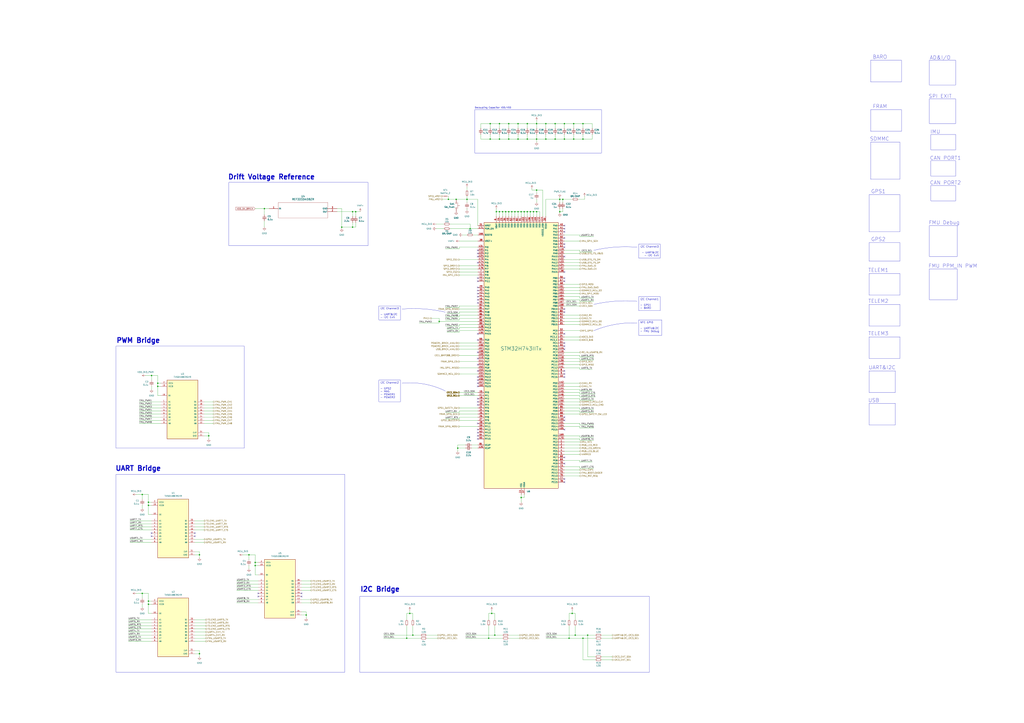
<source format=kicad_sch>
(kicad_sch (version 20231120) (generator "eeschema") (generator_version "8.0")
  (paper "A1")
  (junction (at 163.83 455.93))
  (junction (at 425.45 114.3))
  (junction (at 462.28 163.83))
  (junction (at 406.4 521.97))
  (junction (at 448.31 114.3))
  (junction (at 129.54 314.96))
  (junction (at 289.56 173.99))
  (junction (at 415.29 173.99))
  (junction (at 427.99 408.94))
  (junction (at 121.92 415.29))
  (junction (at 433.07 114.3))
  (junction (at 469.9 504.19))
  (junction (at 402.59 114.3))
  (junction (at 471.17 114.3))
  (junction (at 482.6 521.97))
  (junction (at 455.93 114.3))
  (junction (at 116.84 406.4))
  (junction (at 459.74 163.83))
  (junction (at 163.83 537.21))
  (junction (at 121.92 496.57))
  (junction (at 433.07 173.99))
  (junction (at 425.45 101.6))
  (junction (at 430.53 173.99))
  (junction (at 467.36 524.51))
  (junction (at 410.21 173.99))
  (junction (at 478.79 114.3))
  (junction (at 463.55 114.3))
  (junction (at 440.69 173.99))
  (junction (at 289.56 186.69))
  (junction (at 403.86 504.19))
  (junction (at 339.09 521.97))
  (junction (at 402.59 101.6))
  (junction (at 433.07 101.6))
  (junction (at 401.32 524.51))
  (junction (at 116.84 487.68))
  (junction (at 292.1 173.99))
  (junction (at 448.31 101.6))
  (junction (at 251.46 505.46))
  (junction (at 440.69 114.3))
  (junction (at 427.99 173.99))
  (junction (at 280.67 186.69))
  (junction (at 375.92 368.3))
  (junction (at 383.54 163.83))
  (junction (at 209.55 464.82))
  (junction (at 217.17 171.45))
  (junction (at 463.55 101.6))
  (junction (at 204.47 455.93))
  (junction (at 336.55 504.19))
  (junction (at 121.92 494.03))
  (junction (at 124.46 308.61))
  (junction (at 368.3 163.83))
  (junction (at 407.67 173.99))
  (junction (at 334.01 524.51))
  (junction (at 438.15 173.99))
  (junction (at 121.92 412.75))
  (junction (at 455.93 101.6))
  (junction (at 478.79 524.51))
  (junction (at 420.37 173.99))
  (junction (at 412.75 173.99))
  (junction (at 360.68 264.16))
  (junction (at 435.61 173.99))
  (junction (at 374.65 163.83))
  (junction (at 417.83 173.99))
  (junction (at 171.45 358.14))
  (junction (at 410.21 114.3))
  (junction (at 425.45 173.99))
  (junction (at 417.83 114.3))
  (junction (at 471.17 101.6))
  (junction (at 478.79 101.6))
  (junction (at 209.55 462.28))
  (junction (at 386.08 187.96))
  (junction (at 440.69 156.21))
  (junction (at 129.54 317.5))
  (junction (at 440.69 101.6))
  (junction (at 417.83 101.6))
  (junction (at 459.74 173.99))
  (junction (at 472.44 521.97))
  (junction (at 410.21 101.6))
  (junction (at 422.91 173.99))
  (no_connect (at 463.55 304.8))
  (no_connect (at 392.43 304.8))
  (no_connect (at 463.55 190.5))
  (no_connect (at 392.43 274.32))
  (no_connect (at 392.43 347.98))
  (no_connect (at 392.43 314.96))
  (no_connect (at 463.55 281.94))
  (no_connect (at 463.55 228.6))
  (no_connect (at 463.55 342.9))
  (no_connect (at 392.43 243.84))
  (no_connect (at 392.43 294.64))
  (no_connect (at 463.55 396.24))
  (no_connect (at 463.55 254))
  (no_connect (at 124.46 440.69))
  (no_connect (at 392.43 231.14))
  (no_connect (at 392.43 332.74))
  (no_connect (at 392.43 228.6))
  (no_connect (at 392.43 208.28))
  (no_connect (at 212.09 490.22))
  (no_connect (at 463.55 223.52))
  (no_connect (at 392.43 358.14))
  (no_connect (at 392.43 317.5))
  (no_connect (at 463.55 274.32))
  (no_connect (at 463.55 345.44))
  (no_connect (at 392.43 215.9))
  (no_connect (at 124.46 438.15))
  (no_connect (at 463.55 393.7))
  (no_connect (at 463.55 203.2))
  (no_connect (at 463.55 307.34))
  (no_connect (at 463.55 256.54))
  (no_connect (at 392.43 299.72))
  (no_connect (at 392.43 246.38))
  (no_connect (at 160.02 440.69))
  (no_connect (at 463.55 309.88))
  (no_connect (at 463.55 185.42))
  (no_connect (at 247.65 487.68))
  (no_connect (at 392.43 248.92))
  (no_connect (at 392.43 327.66))
  (no_connect (at 392.43 241.3))
  (no_connect (at 463.55 381))
  (no_connect (at 463.55 287.02))
  (no_connect (at 463.55 375.92))
  (no_connect (at 392.43 210.82))
  (no_connect (at 463.55 195.58))
  (no_connect (at 392.43 279.4))
  (no_connect (at 392.43 355.6))
  (no_connect (at 392.43 330.2))
  (no_connect (at 392.43 312.42))
  (no_connect (at 463.55 231.14))
  (no_connect (at 392.43 353.06))
  (no_connect (at 392.43 238.76))
  (no_connect (at 247.65 490.22))
  (no_connect (at 392.43 205.74))
  (no_connect (at 392.43 309.88))
  (no_connect (at 463.55 353.06))
  (no_connect (at 463.55 200.66))
  (no_connect (at 160.02 438.15))
  (no_connect (at 392.43 360.68))
  (no_connect (at 392.43 236.22))
  (no_connect (at 463.55 284.48))
  (no_connect (at 463.55 187.96))
  (no_connect (at 212.09 487.68))
  (no_connect (at 392.43 289.56))
  (no_connect (at 463.55 210.82))
  (wire (pts (xy 422.91 173.99) (xy 425.45 173.99)))
  (wire (pts (xy 476.25 293.37) (xy 476.25 292.1)))
  (wire (pts (xy 440.69 163.83) (xy 440.69 166.37)))
  (wire (pts (xy 433.07 173.99) (xy 435.61 173.99)))
  (wire (pts (xy 463.55 388.62) (xy 476.25 388.62)))
  (wire (pts (xy 463.55 233.68) (xy 476.25 233.68)))
  (wire (pts (xy 469.9 504.19) (xy 467.36 504.19)))
  (wire (pts (xy 360.68 265.43) (xy 360.68 264.16)))
  (wire (pts (xy 463.55 101.6) (xy 463.55 105.41)))
  (wire (pts (xy 163.83 534.67) (xy 163.83 537.21)))
  (wire (pts (xy 383.54 171.45) (xy 383.54 172.72)))
  (wire (pts (xy 167.64 332.74) (xy 175.26 332.74)))
  (wire (pts (xy 440.69 101.6) (xy 448.31 101.6)))
  (wire (pts (xy 476.25 245.11) (xy 476.25 243.84)))
  (wire (pts (xy 417.83 173.99) (xy 420.37 173.99)))
  (wire (pts (xy 106.68 435.61) (xy 124.46 435.61)))
  (wire (pts (xy 430.53 406.4) (xy 430.53 408.94)))
  (wire (pts (xy 383.54 163.83) (xy 392.43 163.83)))
  (wire (pts (xy 425.45 173.99) (xy 425.45 177.8)))
  (wire (pts (xy 375.92 370.84) (xy 375.92 368.3)))
  (wire (pts (xy 167.64 335.28) (xy 175.26 335.28)))
  (wire (pts (xy 209.55 464.82) (xy 209.55 462.28)))
  (wire (pts (xy 476.25 292.1) (xy 463.55 292.1)))
  (wire (pts (xy 476.25 361.95) (xy 476.25 360.68)))
  (wire (pts (xy 171.45 355.6) (xy 171.45 358.14)))
  (wire (pts (xy 463.55 114.3) (xy 471.17 114.3)))
  (wire (pts (xy 160.02 435.61) (xy 167.64 435.61)))
  (wire (pts (xy 476.25 326.39) (xy 488.95 326.39)))
  (wire (pts (xy 247.65 502.92) (xy 251.46 502.92)))
  (wire (pts (xy 476.25 207.01) (xy 476.25 205.74)))
  (wire (pts (xy 111.76 487.68) (xy 116.84 487.68)))
  (wire (pts (xy 247.65 505.46) (xy 251.46 505.46)))
  (wire (pts (xy 163.83 453.39) (xy 163.83 455.93)))
  (wire (pts (xy 377.19 273.05) (xy 377.19 271.78)))
  (wire (pts (xy 427.99 173.99) (xy 430.53 173.99)))
  (wire (pts (xy 459.74 162.56) (xy 459.74 163.83)))
  (wire (pts (xy 167.64 347.98) (xy 175.26 347.98)))
  (wire (pts (xy 350.52 524.51) (xy 359.41 524.51)))
  (wire (pts (xy 463.55 340.36) (xy 476.25 340.36)))
  (wire (pts (xy 476.25 323.85) (xy 488.95 323.85)))
  (wire (pts (xy 417.83 110.49) (xy 417.83 114.3)))
  (wire (pts (xy 105.41 521.97) (xy 124.46 521.97)))
  (wire (pts (xy 455.93 110.49) (xy 455.93 114.3)))
  (wire (pts (xy 377.19 269.24) (xy 392.43 269.24)))
  (wire (pts (xy 194.31 485.14) (xy 212.09 485.14)))
  (wire (pts (xy 121.92 406.4) (xy 121.92 412.75)))
  (wire (pts (xy 167.64 337.82) (xy 175.26 337.82)))
  (wire (pts (xy 463.55 101.6) (xy 471.17 101.6)))
  (wire (pts (xy 494.03 524.51) (xy 502.92 524.51)))
  (wire (pts (xy 425.45 105.41) (xy 425.45 101.6)))
  (wire (pts (xy 433.07 173.99) (xy 433.07 177.8)))
  (wire (pts (xy 105.41 524.51) (xy 124.46 524.51)))
  (wire (pts (xy 476.25 379.73) (xy 476.25 378.46)))
  (wire (pts (xy 417.83 524.51) (xy 426.72 524.51)))
  (wire (pts (xy 435.61 173.99) (xy 438.15 173.99)))
  (wire (pts (xy 387.35 365.76) (xy 392.43 365.76)))
  (wire (pts (xy 415.29 173.99) (xy 412.75 173.99)))
  (wire (pts (xy 114.3 337.82) (xy 132.08 337.82)))
  (wire (pts (xy 472.44 521.97) (xy 482.6 521.97)))
  (wire (pts (xy 212.09 472.44) (xy 209.55 472.44)))
  (wire (pts (xy 392.43 350.52) (xy 377.19 350.52)))
  (wire (pts (xy 334.01 524.51) (xy 345.44 524.51)))
  (wire (pts (xy 217.17 171.45) (xy 217.17 176.53)))
  (wire (pts (xy 463.55 279.4) (xy 476.25 279.4)))
  (wire (pts (xy 476.25 295.91) (xy 487.68 295.91)))
  (wire (pts (xy 476.25 358.14) (xy 463.55 358.14)))
  (wire (pts (xy 476.25 351.79) (xy 476.25 350.52)))
  (wire (pts (xy 394.97 114.3) (xy 402.59 114.3)))
  (wire (pts (xy 160.02 534.67) (xy 163.83 534.67)))
  (wire (pts (xy 251.46 505.46) (xy 251.46 508)))
  (wire (pts (xy 436.88 154.94) (xy 436.88 156.21)))
  (wire (pts (xy 463.55 370.84) (xy 476.25 370.84)))
  (wire (pts (xy 440.69 110.49) (xy 440.69 114.3)))
  (wire (pts (xy 276.86 173.99) (xy 289.56 173.99)))
  (wire (pts (xy 402.59 101.6) (xy 410.21 101.6)))
  (wire (pts (xy 129.54 325.12) (xy 129.54 317.5)))
  (wire (pts (xy 160.02 516.89) (xy 168.91 516.89)))
  (wire (pts (xy 440.69 173.99) (xy 443.23 173.99)))
  (wire (pts (xy 314.96 521.97) (xy 339.09 521.97)))
  (wire (pts (xy 377.19 297.18) (xy 392.43 297.18)))
  (wire (pts (xy 406.4 514.35) (xy 406.4 521.97)))
  (wire (pts (xy 377.19 251.46) (xy 392.43 251.46)))
  (wire (pts (xy 467.36 504.19) (xy 467.36 509.27)))
  (wire (pts (xy 478.79 114.3) (xy 486.41 114.3)))
  (wire (pts (xy 476.25 350.52) (xy 463.55 350.52)))
  (wire (pts (xy 160.02 537.21) (xy 163.83 537.21)))
  (wire (pts (xy 463.55 264.16) (xy 476.25 264.16)))
  (wire (pts (xy 430.53 408.94) (xy 427.99 408.94)))
  (wire (pts (xy 463.55 368.3) (xy 476.25 368.3)))
  (wire (pts (xy 433.07 101.6) (xy 440.69 101.6)))
  (wire (pts (xy 194.31 477.52) (xy 212.09 477.52)))
  (wire (pts (xy 377.19 339.09) (xy 377.19 337.82)))
  (wire (pts (xy 407.67 173.99) (xy 410.21 173.99)))
  (wire (pts (xy 410.21 114.3) (xy 417.83 114.3)))
  (wire (pts (xy 440.69 156.21) (xy 440.69 158.75)))
  (wire (pts (xy 463.55 218.44) (xy 476.25 218.44)))
  (wire (pts (xy 463.55 259.08) (xy 476.25 259.08)))
  (wire (pts (xy 427.99 406.4) (xy 427.99 408.94)))
  (wire (pts (xy 339.09 514.35) (xy 339.09 521.97)))
  (wire (pts (xy 334.01 514.35) (xy 334.01 524.51)))
  (wire (pts (xy 476.25 328.93) (xy 487.68 328.93)))
  (wire (pts (xy 106.68 433.07) (xy 124.46 433.07)))
  (wire (pts (xy 476.25 339.09) (xy 476.25 337.82)))
  (wire (pts (xy 160.02 430.53) (xy 167.64 430.53)))
  (wire (pts (xy 377.19 223.52) (xy 392.43 223.52)))
  (wire (pts (xy 469.9 501.65) (xy 469.9 504.19)))
  (wire (pts (xy 379.73 193.04) (xy 383.54 193.04)))
  (wire (pts (xy 251.46 502.92) (xy 251.46 505.46)))
  (wire (pts (xy 463.55 317.5) (xy 476.25 317.5)))
  (wire (pts (xy 114.3 347.98) (xy 132.08 347.98)))
  (wire (pts (xy 459.74 173.99) (xy 459.74 175.26)))
  (wire (pts (xy 417.83 173.99) (xy 417.83 177.8)))
  (wire (pts (xy 160.02 433.07) (xy 167.64 433.07)))
  (wire (pts (xy 289.56 173.99) (xy 292.1 173.99)))
  (wire (pts (xy 438.15 173.99) (xy 440.69 173.99)))
  (wire (pts (xy 105.41 514.35) (xy 124.46 514.35)))
  (wire (pts (xy 377.19 284.48) (xy 392.43 284.48)))
  (wire (pts (xy 459.74 166.37) (xy 459.74 163.83)))
  (wire (pts (xy 111.76 406.4) (xy 116.84 406.4)))
  (wire (pts (xy 377.19 198.12) (xy 392.43 198.12)))
  (wire (pts (xy 462.28 163.83) (xy 469.9 163.83)))
  (wire (pts (xy 217.17 171.45) (xy 220.98 171.45)))
  (wire (pts (xy 394.97 110.49) (xy 394.97 114.3)))
  (wire (pts (xy 476.25 383.54) (xy 463.55 383.54)))
  (wire (pts (xy 121.92 504.19) (xy 121.92 496.57)))
  (wire (pts (xy 292.1 182.88) (xy 292.1 186.69)))
  (wire (pts (xy 448.31 521.97) (xy 472.44 521.97)))
  (wire (pts (xy 463.55 208.28) (xy 476.25 208.28)))
  (wire (pts (xy 365.76 267.97) (xy 377.19 267.97)))
  (wire (pts (xy 209.55 464.82) (xy 212.09 464.82)))
  (wire (pts (xy 124.46 317.5) (xy 124.46 320.04)))
  (wire (pts (xy 344.17 265.43) (xy 360.68 265.43)))
  (wire (pts (xy 360.68 264.16) (xy 392.43 264.16)))
  (wire (pts (xy 422.91 173.99) (xy 422.91 177.8)))
  (wire (pts (xy 217.17 181.61) (xy 217.17 186.69)))
  (wire (pts (xy 463.55 261.62) (xy 476.25 261.62)))
  (wire (pts (xy 494.03 539.75) (xy 502.92 539.75)))
  (wire (pts (xy 377.19 252.73) (xy 377.19 251.46)))
  (wire (pts (xy 440.69 173.99) (xy 440.69 177.8)))
  (wire (pts (xy 463.55 238.76) (xy 476.25 238.76)))
  (wire (pts (xy 280.67 186.69) (xy 280.67 187.96)))
  (wire (pts (xy 410.21 101.6) (xy 410.21 105.41)))
  (wire (pts (xy 209.55 462.28) (xy 212.09 462.28)))
  (wire (pts (xy 336.55 504.19) (xy 334.01 504.19)))
  (wire (pts (xy 478.79 101.6) (xy 486.41 101.6)))
  (wire (pts (xy 334.01 504.19) (xy 334.01 509.27)))
  (wire (pts (xy 463.55 391.16) (xy 476.25 391.16)))
  (wire (pts (xy 167.64 355.6) (xy 171.45 355.6)))
  (wire (pts (xy 114.3 340.36) (xy 132.08 340.36)))
  (wire (pts (xy 420.37 173.99) (xy 422.91 173.99)))
  (wire (pts (xy 417.83 101.6) (xy 425.45 101.6)))
  (wire (pts (xy 114.3 345.44) (xy 132.08 345.44)))
  (wire (pts (xy 121.92 496.57) (xy 121.92 494.03)))
  (wire (pts (xy 377.19 267.97) (xy 377.19 266.7)))
  (wire (pts (xy 471.17 114.3) (xy 478.79 114.3)))
  (wire (pts (xy 476.25 247.65) (xy 487.68 247.65)))
  (wire (pts (xy 402.59 110.49) (xy 402.59 114.3)))
  (wire (pts (xy 367.03 257.81) (xy 377.19 257.81)))
  (wire (pts (xy 433.07 110.49) (xy 433.07 114.3)))
  (wire (pts (xy 463.55 241.3) (xy 476.25 241.3)))
  (wire (pts (xy 476.25 325.12) (xy 463.55 325.12)))
  (wire (pts (xy 160.02 527.05) (xy 168.91 527.05)))
  (wire (pts (xy 445.77 156.21) (xy 445.77 177.8)))
  (wire (pts (xy 476.25 335.28) (xy 463.55 335.28)))
  (wire (pts (xy 121.92 415.29) (xy 124.46 415.29)))
  (wire (pts (xy 463.55 297.18) (xy 476.25 297.18)))
  (wire (pts (xy 377.19 204.47) (xy 377.19 203.2)))
  (wire (pts (xy 476.25 322.58) (xy 463.55 322.58)))
  (wire (pts (xy 463.55 289.56) (xy 476.25 289.56)))
  (wire (pts (xy 417.83 521.97) (xy 426.72 521.97)))
  (wire (pts (xy 247.65 492.76) (xy 255.27 492.76)))
  (wire (pts (xy 280.67 186.69) (xy 289.56 186.69)))
  (wire (pts (xy 194.31 480.06) (xy 212.09 480.06)))
  (wire (pts (xy 448.31 110.49) (xy 448.31 114.3)))
  (wire (pts (xy 160.02 514.35) (xy 168.91 514.35)))
  (wire (pts (xy 116.84 487.68) (xy 116.84 491.49)))
  (wire (pts (xy 476.25 293.37) (xy 487.68 293.37)))
  (wire (pts (xy 289.56 173.99) (xy 289.56 177.8)))
  (wire (pts (xy 476.25 359.41) (xy 487.68 359.41)))
  (wire (pts (xy 448.31 177.8) (xy 448.31 163.83)))
  (wire (pts (xy 377.19 302.26) (xy 392.43 302.26)))
  (wire (pts (xy 375.92 365.76) (xy 382.27 365.76)))
  (wire (pts (xy 105.41 527.05) (xy 124.46 527.05)))
  (wire (pts (xy 194.31 492.76) (xy 212.09 492.76)))
  (wire (pts (xy 377.19 218.44) (xy 392.43 218.44)))
  (wire (pts (xy 420.37 173.99) (xy 420.37 177.8)))
  (wire (pts (xy 463.55 271.78) (xy 476.25 271.78)))
  (wire (pts (xy 121.92 412.75) (xy 124.46 412.75)))
  (wire (pts (xy 476.25 245.11) (xy 487.68 245.11)))
  (wire (pts (xy 476.25 194.31) (xy 487.68 194.31)))
  (wire (pts (xy 167.64 340.36) (xy 175.26 340.36)))
  (wire (pts (xy 377.19 340.36) (xy 392.43 340.36)))
  (wire (pts (xy 462.28 171.45) (xy 462.28 173.99)))
  (wire (pts (xy 358.14 187.96) (xy 364.49 187.96)))
  (wire (pts (xy 377.19 335.28) (xy 392.43 335.28)))
  (wire (pts (xy 402.59 105.41) (xy 402.59 101.6)))
  (wire (pts (xy 367.03 270.51) (xy 377.19 270.51)))
  (wire (pts (xy 448.31 524.51) (xy 467.36 524.51)))
  (wire (pts (xy 121.92 415.29) (xy 121.92 412.75)))
  (wire (pts (xy 204.47 464.82) (xy 204.47 467.36)))
  (wire (pts (xy 482.6 539.75) (xy 482.6 521.97)))
  (wire (pts (xy 448.31 163.83) (xy 459.74 163.83)))
  (wire (pts (xy 463.55 314.96) (xy 476.25 314.96)))
  (wire (pts (xy 129.54 314.96) (xy 132.08 314.96)))
  (wire (pts (xy 478.79 524.51) (xy 488.95 524.51)))
  (wire (pts (xy 377.19 259.08) (xy 392.43 259.08)))
  (wire (pts (xy 377.19 344.17) (xy 377.19 342.9)))
  (wire (pts (xy 377.19 257.81) (xy 377.19 256.54)))
  (wire (pts (xy 365.76 204.47) (xy 377.19 204.47)))
  (wire (pts (xy 124.46 308.61) (xy 124.46 312.42)))
  (wire (pts (xy 463.55 213.36) (xy 476.25 213.36)))
  (wire (pts (xy 194.31 482.6) (xy 212.09 482.6)))
  (wire (pts (xy 476.25 247.65) (xy 476.25 246.38)))
  (wire (pts (xy 471.17 110.49) (xy 471.17 114.3)))
  (wire (pts (xy 105.41 511.81) (xy 124.46 511.81)))
  (wire (pts (xy 377.19 307.34) (xy 392.43 307.34)))
  (wire (pts (xy 369.57 187.96) (xy 386.08 187.96)))
  (wire (pts (xy 365.76 339.09) (xy 377.19 339.09)))
  (wire (pts (xy 459.74 173.99) (xy 462.28 173.99)))
  (wire (pts (xy 427.99 408.94) (xy 427.99 412.75)))
  (wire (pts (xy 167.64 345.44) (xy 175.26 345.44)))
  (wire (pts (xy 160.02 427.99) (xy 167.64 427.99)))
  (wire (pts (xy 476.25 294.64) (xy 463.55 294.64)))
  (wire (pts (xy 407.67 177.8) (xy 407.67 173.99)))
  (wire (pts (xy 476.25 351.79) (xy 487.68 351.79)))
  (wire (pts (xy 476.25 326.39) (xy 476.25 325.12)))
  (wire (pts (xy 386.08 184.15) (xy 386.08 187.96)))
  (wire (pts (xy 463.55 248.92) (xy 476.25 248.92)))
  (wire (pts (xy 377.19 260.35) (xy 377.19 259.08)))
  (wire (pts (xy 463.55 330.2) (xy 476.25 330.2)))
  (wire (pts (xy 163.83 537.21) (xy 163.83 539.75)))
  (wire (pts (xy 425.45 110.49) (xy 425.45 114.3)))
  (wire (pts (xy 455.93 101.6) (xy 463.55 101.6)))
  (wire (pts (xy 463.55 198.12) (xy 476.25 198.12)))
  (wire (pts (xy 417.83 101.6) (xy 417.83 105.41)))
  (wire (pts (xy 476.25 321.31) (xy 476.25 320.04)))
  (wire (pts (xy 116.84 415.29) (xy 116.84 417.83)))
  (wire (pts (xy 486.41 110.49) (xy 486.41 114.3)))
  (wire (pts (xy 129.54 308.61) (xy 129.54 314.96)))
  (wire (pts (xy 121.92 422.91) (xy 121.92 415.29)))
  (wire (pts (xy 132.08 325.12) (xy 129.54 325.12)))
  (wire (pts (xy 410.21 173.99) (xy 410.21 177.8)))
  (wire (pts (xy 476.25 347.98) (xy 463.55 347.98)))
  (wire (pts (xy 377.19 292.1) (xy 392.43 292.1)))
  (wire (pts (xy 377.19 322.58) (xy 392.43 322.58)))
  (wire (pts (xy 377.19 345.44) (xy 392.43 345.44)))
  (wire (pts (xy 289.56 182.88) (xy 289.56 186.69)))
  (wire (pts (xy 433.07 114.3) (xy 440.69 114.3)))
  (wire (pts (xy 369.57 184.15) (xy 386.08 184.15)))
  (wire (pts (xy 363.22 163.83) (xy 368.3 163.83)))
  (wire (pts (xy 171.45 358.14) (xy 171.45 360.68)))
  (wire (pts (xy 415.29 173.99) (xy 415.29 177.8)))
  (wire (pts (xy 386.08 187.96) (xy 392.43 187.96)))
  (wire (pts (xy 358.14 184.15) (xy 364.49 184.15)))
  (wire (pts (xy 463.55 332.74) (xy 476.25 332.74)))
  (wire (pts (xy 368.3 163.83) (xy 374.65 163.83)))
  (wire (pts (xy 406.4 504.19) (xy 403.86 504.19)))
  (wire (pts (xy 116.84 496.57) (xy 116.84 499.11)))
  (wire (pts (xy 476.25 384.81) (xy 476.25 383.54)))
  (wire (pts (xy 368.3 161.29) (xy 368.3 163.83)))
  (wire (pts (xy 471.17 101.6) (xy 478.79 101.6)))
  (wire (pts (xy 114.3 335.28) (xy 132.08 335.28)))
  (wire (pts (xy 394.97 105.41) (xy 394.97 101.6)))
  (wire (pts (xy 124.46 308.61) (xy 129.54 308.61)))
  (wire (pts (xy 105.41 509.27) (xy 124.46 509.27)))
  (wire (pts (xy 167.64 342.9) (xy 175.26 342.9)))
  (wire (pts (xy 482.6 521.97) (xy 488.95 521.97)))
  (wire (pts (xy 471.17 101.6) (xy 471.17 105.41)))
  (wire (pts (xy 430.53 173.99) (xy 433.07 173.99)))
  (wire (pts (xy 494.03 542.29) (xy 502.92 542.29)))
  (wire (pts (xy 209.55 455.93) (xy 209.55 462.28)))
  (wire (pts (xy 425.45 114.3) (xy 433.07 114.3)))
  (wire (pts (xy 167.64 330.2) (xy 175.26 330.2)))
  (wire (pts (xy 435.61 173.99) (xy 435.61 177.8)))
  (wire (pts (xy 410.21 173.99) (xy 412.75 173.99)))
  (wire (pts (xy 448.31 114.3) (xy 455.93 114.3)))
  (wire (pts (xy 339.09 509.27) (xy 339.09 504.19)))
  (wire (pts (xy 160.02 524.51) (xy 168.91 524.51)))
  (wire (pts (xy 476.25 379.73) (xy 486.41 379.73)))
  (wire (pts (xy 247.65 482.6) (xy 255.27 482.6)))
  (wire (pts (xy 463.55 251.46) (xy 476.25 251.46)))
  (wire (pts (xy 474.98 163.83) (xy 480.06 163.83)))
  (wire (pts (xy 247.65 480.06) (xy 255.27 480.06)))
  (wire (pts (xy 401.32 524.51) (xy 412.75 524.51)))
  (wire (pts (xy 124.46 422.91) (xy 121.92 422.91)))
  (wire (pts (xy 204.47 455.93) (xy 204.47 459.74)))
  (wire (pts (xy 440.69 101.6) (xy 440.69 105.41)))
  (wire (pts (xy 209.55 472.44) (xy 209.55 464.82)))
  (wire (pts (xy 160.02 521.97) (xy 168.91 521.97)))
  (wire (pts (xy 476.25 328.93) (xy 476.25 327.66)))
  (wire (pts (xy 472.44 509.27) (xy 472.44 504.19)))
  (wire (pts (xy 476.25 349.25) (xy 476.25 347.98)))
  (wire (pts (xy 377.19 270.51) (xy 377.19 269.24)))
  (wire (pts (xy 476.25 327.66) (xy 463.55 327.66)))
  (wire (pts (xy 440.69 114.3) (xy 448.31 114.3)))
  (wire (pts (xy 476.25 361.95) (xy 487.68 361.95)))
  (wire (pts (xy 354.33 261.62) (xy 360.68 261.62)))
  (wire (pts (xy 476.25 320.04) (xy 463.55 320.04)))
  (wire (pts (xy 467.36 524.51) (xy 478.79 524.51)))
  (wire (pts (xy 436.88 156.21) (xy 440.69 156.21)))
  (wire (pts (xy 463.55 363.22) (xy 476.25 363.22)))
  (wire (pts (xy 467.36 514.35) (xy 467.36 524.51)))
  (wire (pts (xy 478.79 542.29) (xy 478.79 524.51)))
  (wire (pts (xy 114.3 342.9) (xy 132.08 342.9)))
  (wire (pts (xy 365.76 344.17) (xy 377.19 344.17)))
  (wire (pts (xy 247.65 485.14) (xy 255.27 485.14)))
  (wire (pts (xy 472.44 504.19) (xy 469.9 504.19)))
  (wire (pts (xy 476.25 323.85) (xy 476.25 322.58)))
  (wire (pts (xy 280.67 171.45) (xy 280.67 186.69)))
  (wire (pts (xy 377.19 325.12) (xy 392.43 325.12)))
  (wire (pts (xy 160.02 453.39) (xy 163.83 453.39)))
  (wire (pts (xy 276.86 171.45) (xy 280.67 171.45)))
  (wire (pts (xy 403.86 501.65) (xy 403.86 504.19)))
  (wire (pts (xy 476.25 303.53) (xy 476.25 302.26)))
  (wire (pts (xy 463.55 386.08) (xy 476.25 386.08)))
  (wire (pts (xy 114.3 332.74) (xy 132.08 332.74)))
  (wire (pts (xy 440.69 114.3) (xy 440.69 116.84)))
  (wire (pts (xy 394.97 101.6) (xy 402.59 101.6)))
  (wire (pts (xy 106.68 445.77) (xy 124.46 445.77)))
  (wire (pts (xy 459.74 173.99) (xy 459.74 171.45)))
  (wire (pts (xy 247.65 477.52) (xy 255.27 477.52)))
  (wire (pts (xy 388.62 193.04) (xy 392.43 193.04)))
  (wire (pts (xy 488.95 542.29) (xy 478.79 542.29)))
  (wire (pts (xy 365.76 260.35) (xy 377.19 260.35)))
  (wire (pts (xy 463.55 373.38) (xy 476.25 373.38)))
  (wire (pts (xy 377.19 203.2) (xy 392.43 203.2)))
  (wire (pts (xy 160.02 445.77) (xy 167.64 445.77)))
  (wire (pts (xy 106.68 443.23) (xy 124.46 443.23)))
  (wire (pts (xy 476.25 302.26) (xy 463.55 302.26)))
  (wire (pts (xy 292.1 173.99) (xy 295.91 173.99)))
  (wire (pts (xy 382.27 521.97) (xy 406.4 521.97)))
  (wire (pts (xy 407.67 173.99) (xy 407.67 171.45)))
  (wire (pts (xy 476.25 336.55) (xy 476.25 335.28)))
  (wire (pts (xy 377.19 226.06) (xy 392.43 226.06)))
  (wire (pts (xy 116.84 406.4) (xy 121.92 406.4)))
  (wire (pts (xy 121.92 496.57) (xy 124.46 496.57)))
  (wire (pts (xy 494.03 521.97) (xy 502.92 521.97)))
  (wire (pts (xy 339.09 521.97) (xy 345.44 521.97)))
  (wire (pts (xy 425.45 173.99) (xy 427.99 173.99)))
  (wire (pts (xy 160.02 455.93) (xy 163.83 455.93)))
  (wire (pts (xy 106.68 427.99) (xy 124.46 427.99)))
  (wire (pts (xy 433.07 101.6) (xy 433.07 105.41)))
  (wire (pts (xy 463.55 215.9) (xy 476.25 215.9)))
  (wire (pts (xy 463.55 114.3) (xy 455.93 114.3)))
  (wire (pts (xy 160.02 511.81) (xy 168.91 511.81)))
  (wire (pts (xy 472.44 514.35) (xy 472.44 521.97)))
  (wire (pts (xy 382.27 524.51) (xy 401.32 524.51)))
  (wire (pts (xy 377.19 254) (xy 392.43 254)))
  (wire (pts (xy 410.21 110.49) (xy 410.21 114.3)))
  (wire (pts (xy 377.19 220.98) (xy 392.43 220.98)))
  (wire (pts (xy 383.54 153.67) (xy 383.54 156.21)))
  (wire (pts (xy 209.55 171.45) (xy 217.17 171.45)))
  (wire (pts (xy 443.23 173.99) (xy 443.23 177.8)))
  (wire (pts (xy 105.41 519.43) (xy 124.46 519.43)))
  (wire (pts (xy 438.15 173.99) (xy 438.15 177.8)))
  (wire (pts (xy 402.59 114.3) (xy 410.21 114.3)))
  (wire (pts (xy 430.53 173.99) (xy 430.53 177.8)))
  (wire (pts (xy 377.19 213.36) (xy 392.43 213.36)))
  (wire (pts (xy 292.1 173.99) (xy 292.1 177.8)))
  (wire (pts (xy 476.25 207.01) (xy 486.41 207.01)))
  (wire (pts (xy 106.68 430.53) (xy 124.46 430.53)))
  (wire (pts (xy 476.25 303.53) (xy 486.41 303.53)))
  (wire (pts (xy 377.19 261.62) (xy 392.43 261.62)))
  (wire (pts (xy 350.52 521.97) (xy 359.41 521.97)))
  (wire (pts (xy 412.75 173.99) (xy 412.75 177.8)))
  (wire (pts (xy 440.69 156.21) (xy 445.77 156.21)))
  (wire (pts (xy 476.25 205.74) (xy 463.55 205.74)))
  (wire (pts (xy 121.92 494.03) (xy 124.46 494.03)))
  (wire (pts (xy 199.39 455.93) (xy 204.47 455.93)))
  (wire (pts (xy 377.19 271.78) (xy 392.43 271.78)))
  (wire (pts (xy 367.03 273.05) (xy 377.19 273.05)))
  (wire (pts (xy 194.31 495.3) (xy 212.09 495.3)))
  (wire (pts (xy 448.31 101.6) (xy 455.93 101.6)))
  (wire (pts (xy 476.25 321.31) (xy 486.41 321.31)))
  (wire (pts (xy 476.25 384.81) (xy 487.68 384.81)))
  (wire (pts (xy 377.19 266.7) (xy 392.43 266.7)))
  (wire (pts (xy 289.56 186.69) (xy 292.1 186.69)))
  (wire (pts (xy 336.55 501.65) (xy 336.55 504.19)))
  (wire (pts (xy 406.4 509.27) (xy 406.4 504.19)))
  (wire (pts (xy 314.96 524.51) (xy 334.01 524.51)))
  (wire (pts (xy 440.69 101.6) (xy 440.69 99.06)))
  (wire (pts (xy 459.74 163.83) (xy 462.28 163.83)))
  (wire (pts (xy 383.54 161.29) (xy 383.54 163.83)))
  (wire (pts (xy 476.25 336.55) (xy 487.68 336.55)))
  (wire (pts (xy 105.41 516.89) (xy 124.46 516.89)))
  (wire (pts (xy 116.84 487.68) (xy 121.92 487.68)))
  (wire (pts (xy 463.55 266.7) (xy 476.25 266.7)))
  (wire (pts (xy 476.25 360.68) (xy 463.55 360.68)))
  (wire (pts (xy 476.25 359.41) (xy 476.25 358.14)))
  (wire (pts (xy 406.4 521.97) (xy 412.75 521.97)))
  (wire (pts (xy 401.32 514.35) (xy 401.32 524.51)))
  (wire (pts (xy 463.55 220.98) (xy 476.25 220.98)))
  (wire (pts (xy 160.02 519.43) (xy 168.91 519.43)))
  (wire (pts (xy 365.76 252.73) (xy 377.19 252.73)))
  (wire (pts (xy 377.19 337.82) (xy 392.43 337.82)))
  (wire (pts (xy 476.25 295.91) (xy 476.25 294.64)))
  (wire (pts (xy 463.55 299.72) (xy 476.25 299.72)))
  (wire (pts (xy 476.25 194.31) (xy 476.25 193.04)))
  (wire (pts (xy 448.31 101.6) (xy 448.31 105.41)))
  (wire (pts (xy 160.02 443.23) (xy 167.64 443.23)))
  (wire (pts (xy 480.06 163.83) (xy 480.06 161.29)))
  (wire (pts (xy 417.83 114.3) (xy 425.45 114.3)))
  (wire (pts (xy 478.79 110.49) (xy 478.79 114.3)))
  (wire (pts (xy 476.25 193.04) (xy 463.55 193.04)))
  (wire (pts (xy 462.28 166.37) (xy 462.28 163.83)))
  (wire (pts (xy 377.19 256.54) (xy 392.43 256.54)))
  (wire (pts (xy 476.25 246.38) (xy 463.55 246.38)))
  (wire (pts (xy 377.19 262.89) (xy 377.19 261.62)))
  (wire (pts (xy 476.25 349.25) (xy 487.68 349.25)))
  (wire (pts (xy 375.92 368.3) (xy 375.92 365.76)))
  (wire (pts (xy 114.3 330.2) (xy 132.08 330.2)))
  (wire (pts (xy 204.47 455.93) (xy 209.55 455.93)))
  (wire (pts (xy 463.55 365.76) (xy 476.25 365.76)))
  (wire (pts (xy 401.32 504.19) (xy 401.32 509.27)))
  (wire (pts (xy 427.99 173.99) (xy 427.99 177.8)))
  (wire (pts (xy 410.21 101.6) (xy 417.83 101.6)))
  (wire (pts (xy 116.84 406.4) (xy 116.84 410.21)))
  (wire (pts (xy 476.25 378.46) (xy 463.55 378.46)))
  (wire (pts (xy 463.55 236.22) (xy 476.25 236.22)))
  (wire (pts (xy 375.92 368.3) (xy 382.27 368.3)))
  (wire (pts (xy 365.76 262.89) (xy 377.19 262.89)))
  (wire (pts (xy 121.92 487.68) (xy 121.92 494.03)))
  (wire (pts (xy 392.43 163.83) (xy 392.43 185.42)))
  (wire (pts (xy 377.19 287.02) (xy 392.43 287.02)))
  (wire (pts (xy 455.93 101.6) (xy 455.93 105.41)))
  (wire (pts (xy 247.65 495.3) (xy 255.27 495.3)))
  (wire (pts (xy 129.54 317.5) (xy 132.08 317.5)))
  (wire (pts (xy 129.54 317.5) (xy 129.54 314.96)))
  (wire (pts (xy 387.35 368.3) (xy 392.43 368.3)))
  (wire (pts (xy 124.46 504.19) (xy 121.92 504.19)))
  (wire (pts (xy 476.25 337.82) (xy 463.55 337.82)))
  (wire (pts (xy 478.79 101.6) (xy 478.79 105.41)))
  (wire (pts (xy 383.54 166.37) (xy 383.54 163.83)))
  (wire (pts (xy 425.45 101.6) (xy 433.07 101.6)))
  (wire (pts (xy 119.38 308.61) (xy 124.46 308.61)))
  (wire (pts (xy 339.09 504.19) (xy 336.55 504.19)))
  (wire (pts (xy 476.25 339.09) (xy 487.68 339.09)))
  (wire (pts (xy 403.86 504.19) (xy 401.32 504.19)))
  (wire (pts (xy 486.41 101.6) (xy 486.41 105.41)))
  (wire (pts (xy 463.55 276.86) (xy 476.25 276.86)))
  (wire (pts (xy 476.25 243.84) (xy 463.55 243.84)))
  (wire (pts (xy 377.19 281.94) (xy 392.43 281.94)))
  (wire (pts (xy 463.55 110.49) (xy 463.55 114.3)))
  (wire (pts (xy 167.64 358.14) (xy 171.45 358.14)))
  (wire (pts (xy 160.02 509.27) (xy 168.91 509.27)))
  (wire (pts (xy 374.65 163.83) (xy 383.54 163.83)))
  (wire (pts (xy 488.95 539.75) (xy 482.6 539.75)))
  (wire (pts (xy 415.29 173.99) (xy 417.83 173.99)))
  (wire (pts (xy 163.83 455.93) (xy 163.83 458.47)))
  (wire (pts (xy 360.68 261.62) (xy 360.68 264.16)))
  (wire (pts (xy 377.19 342.9) (xy 392.43 342.9)))
  (arc (start 487.68 250.19) (mid 505.3618 247.5458) (end 523.24 247.65))
  (arc (start 330.2 254) (mid 348.0782 253.8947) (end 365.76 256.54))
  (rectangle (start 95.25 389.89) (end 283.21 552.45))
  (arc (start 487.68 271.78) (mid 505.111 266.6505) (end 523.24 265.43))
  (rectangle (start 763.27 81.28) (end 784.86 101.6))
  (rectangle (start 764.54 132.08) (end 784.86 144.78))
  (rectangle (start 715.01 90.17) (end 740.41 107.95))
  (rectangle (start 713.74 160.02) (end 739.14 190.5))
  (rectangle (start 764.54 110.49) (end 784.86 123.19))
  (rectangle (start 713.74 304.8) (end 735.33 322.58))
  (rectangle (start 764.54 152.4) (end 784.86 165.1))
  (rectangle (start 763.27 185.42) (end 786.13 210.82))
  (arc (start 330.2 314.96) (mid 348.4254 315.6419) (end 365.76 321.31))
  (rectangle (start 187.96 149.86) (end 302.26 201.93))
  (rectangle (start 295.402 490.22) (end 533.4 552.45))
  (rectangle (start 713.74 199.39) (end 739.14 214.63))
  (rectangle (start 763.27 220.98) (end 786.13 246.38))
  (arc (start 487.68 205.74) (mid 505.3618 203.0958) (end 523.24 203.2))
  (rectangle (start 95.25 284.48) (end 200.66 368.3))
  (rectangle (start 713.74 224.79) (end 739.14 242.57))
  (rectangle (start 713.74 331.47) (end 735.33 349.25))
  (rectangle (start 389.89 90.17) (end 494.03 125.73))
  (rectangle (start 713.74 250.19) (end 739.14 267.97))
  (rectangle (start 715.01 116.84) (end 739.14 147.32))
  (rectangle (start 715.01 49.53) (end 740.41 67.31))
  (rectangle (start 713.74 276.86) (end 739.14 294.64))
  (rectangle (start 763.27 49.53) (end 784.86 69.85))
  (text_box "I2C Channel3\n\n- UART&I2C\n- I2C Exit" (at 524.51 200.66 0) (size 17.78 11.43) (effects (font (size 1.5 1.5)) (justify right top)))
  (text_box "I2C Channel1\n\n- GPS1\n- BARO" (at 524.51 243.84 0) (size 17.78 11.43) (effects (font (size 1.5 1.5)) (justify left top)))
  (text_box "I2C Channel3\n\n- UART&I2C\n- I2C Exit" (at 311.15 251.46 0) (size 17.78 11.43) (effects (font (size 1.5 1.5)) (justify left top)))
  (text_box "I2C Channel2\n\n- GPS2\n- MAG\n- POWER1\n- POWER2" (at 311.15 312.42 0) (size 17.78 17.78) (effects (font (size 1.5 1.5)) (justify left top)))
  (text_box "NFC GPIO\n\n- UART4&I2C\n- FMU Debug" (at 524.51 262.89 0) (size 19.05 12.7) (effects (font (size 1.5 1.5)) (justify left top)))
  (text "IMU" (at 768.096 108.458 0) (effects (font (size 3 3))))
  (text "GPS2" (at 721.36 196.85 0) (effects (font (size 3 3))))
  (text "BARO" (at 722.63 46.99 0) (effects (font (size 3 3))))
  (text "GPS1" (at 721.36 157.48 0) (effects (font (size 3 3))))
  (text "Drift Voltage Reference" (at 223.012 145.542 0) (effects (font (size 4 4) (thickness 0.8) (bold yes))))
  (text "SDMMC" (at 722.376 114.3 0) (effects (font (size 3 3))))
  (text "UART&I2C" (at 724.408 302.26 0) (effects (font (size 3 3))))
  (text "PWM Bridge" (at 113.538 279.908 0) (effects (font (size 4 4) (thickness 0.8) (bold yes))))
  (text "TELEM2" (at 721.36 247.65 0) (effects (font (size 3 3))))
  (text "AD&I/O" (at 772.16 47.498 0) (effects (font (size 3 3))))
  (text "FRAM" (at 722.63 87.63 0) (effects (font (size 3 3))))
  (text "TELEM3" (at 721.36 274.32 0) (effects (font (size 3 3))))
  (text "USB" (at 717.55 329.184 0) (effects (font (size 3 3))))
  (text "SPI EXIT\n" (at 772.16 79.248 0) (effects (font (size 3 3))))
  (text "UART Bridge" (at 113.538 385.064 0) (effects (font (size 4 4) (thickness 0.8) (bold yes))))
  (text "I2C Bridge" (at 312.166 484.378 0) (effects (font (size 4 4) (thickness 0.8) (bold yes))))
  (text "CAN PORT2" (at 776.478 150.368 0) (effects (font (size 3 3))))
  (text "Decoupling Capacitor VDD/VSS" (at 404.876 88.646 0) (effects (font (size 1.27 1.27))))
  (text "FMU Debug" (at 775.462 183.134 0) (effects (font (size 3 3))))
  (text "FMU PPM_IN PWM" (at 782.574 218.694 0) (effects (font (size 3 3))))
  (text "CAN PORT1" (at 776.478 130.048 0) (effects (font (size 3 3))))
  (text "TELEM1" (at 721.36 222.25 0) (effects (font (size 3 3))))
  (label "I2C1_SCL" (at 314.96 524.51 0))
  (label "UART5_RTS" (at 487.68 293.37 180))
  (label "FMU_PWM4" (at 114.3 337.82 0))
  (label "I2C2_SCL" (at 382.27 524.51 0))
  (label "FMU_PWM3" (at 114.3 335.28 0))
  (label "USART2_CTS" (at 488.95 323.85 180))
  (label "USART2_TX" (at 194.31 477.52 0))
  (label "I2C3_SDA" (at 367.03 257.81 0))
  (label "I2C2_SDA" (at 382.27 521.97 0))
  (label "FMU_PWM2" (at 114.3 332.74 0))
  (label "USART3_TX" (at 105.41 524.51 0))
  (label "FMU_PWM7" (at 365.76 252.73 0))
  (label "I2C1_SCL" (at 473.71 248.92 180))
  (label "UART7_RTS" (at 106.68 433.07 0))
  (label "UART7_CTS" (at 487.68 384.81 180))
  (label "FMU_PWM4" (at 365.76 262.89 0))
  (label "UART5_RX" (at 105.41 511.81 0))
  (label "UART7_TX" (at 486.41 379.73 180))
  (label "USART1_RX" (at 106.68 445.77 0))
  (label "FMU_PWM1" (at 114.3 330.2 0))
  (label "UART5_CTS" (at 487.68 295.91 180))
  (label "USART2_RX" (at 194.31 480.06 0))
  (label "USART2_RTS" (at 488.95 326.39 180))
  (label "UART5_CTS" (at 105.41 516.89 0))
  (label "FMU_PWM5" (at 487.68 349.25 180))
  (label "USART3_RX" (at 105.41 527.05 0))
  (label "USART8_TX" (at 487.68 361.95 180))
  (label "USART8_RX" (at 194.31 495.3 0))
  (label "UART4_RX" (at 105.41 521.97 0))
  (label "FMU_PWM1" (at 365.76 204.47 0))
  (label "USART2_TX" (at 487.68 328.93 180))
  (label "UART7_RX" (at 106.68 430.53 0))
  (label "USART8_TX" (at 194.31 492.76 0))
  (label "I2C2_SCL" (at 381 325.12 0))
  (label "I2C3_SCL" (at 448.31 524.51 0))
  (label "I2C3_SCL" (at 486.41 207.01 180))
  (label "FMU_PWM2" (at 365.76 267.97 0))
  (label "FMU_PWM7" (at 114.3 345.44 0))
  (label "USART1_TX" (at 106.68 443.23 0))
  (label "UART7_RX" (at 365.76 339.09 0))
  (label "UART4_TX" (at 367.03 270.51 0))
  (label "FMU_PWM6" (at 114.3 342.9 0))
  (label "UART7_TX" (at 106.68 427.99 0))
  (label "FMU_PWM5" (at 114.3 340.36 0))
  (label "UART5_RTS" (at 105.41 514.35 0))
  (label "USART1_TX" (at 487.68 245.11 180))
  (label "FMU_PWM3" (at 344.17 265.43 0))
  (label "I2C3_SDA" (at 448.31 521.97 0))
  (label "UART4_RX" (at 367.03 273.05 0))
  (label "I2C1_SDA" (at 314.96 521.97 0))
  (label "I2C1_SDA" (at 473.71 251.46 180))
  (label "USART2_CTS" (at 194.31 485.14 0))
  (label "UART5_TX" (at 486.41 303.53 180))
  (label "FMU_PWM8" (at 365.76 260.35 0))
  (label "USART2_RTS" (at 194.31 482.6 0))
  (label "USART1_RX" (at 487.68 247.65 180))
  (label "USART3_TX" (at 487.68 336.55 180))
  (label "UART4_TX" (at 105.41 519.43 0))
  (label "I2C2_SDA" (at 381 322.58 0))
  (label "UART5_RX" (at 486.41 321.31 180))
  (label "USART2_RX" (at 487.68 194.31 180))
  (label "FMU_PWM8" (at 114.3 347.98 0))
  (label "USART3_RX" (at 487.68 339.09 180))
  (label "UART7_RTS" (at 365.76 344.17 0))
  (label "UART5_TX" (at 105.41 509.27 0))
  (label "FMU_PWM6" (at 487.68 351.79 180))
  (label "UART7_CTS" (at 106.68 435.61 0))
  (label "USART8_RX" (at 487.68 359.41 180))
  (global_label "VDD_5V_BRICK" (shape input) (at 209.55 171.45 180) (property "Intersheetrefs" "${INTERSHEET_REFS}" (effects (hide yes))))
  (hierarchical_label "FMU_PWM_CH6" (shape output) (at 175.26 342.9 0))
  (hierarchical_label "ADC3_6V6" (shape output) (at 476.25 279.4 0))
  (hierarchical_label "TELEM3_USART2_CTS" (shape output) (at 255.27 485.14 0))
  (hierarchical_label "GPS2_USART8_RX" (shape output) (at 255.27 495.3 0))
  (hierarchical_label "TELEM1_UART7_CTS" (shape output) (at 167.64 435.61 0))
  (hierarchical_label "I2C2_SDA" (shape output) (at 377.19 322.58 180))
  (hierarchical_label "I2C2_SCL" (shape output) (at 377.19 325.12 180))
  (hierarchical_label "RGB_LED_RED" (shape output) (at 476.25 365.76 0))
  (hierarchical_label "TELEM2_UART5_RTS" (shape output) (at 168.91 514.35 0))
  (hierarchical_label "FMU_PWM_CH2" (shape output) (at 175.26 332.74 0))
  (hierarchical_label "SPI3_MISO" (shape output) (at 476.25 299.72 0))
  (hierarchical_label "ADC3_3V3" (shape output) (at 476.25 276.86 0))
  (hierarchical_label "IMU_SPI1_MOSI" (shape output) (at 476.25 241.3 0))
  (hierarchical_label "SPI3_SCK" (shape output) (at 476.25 297.18 0))
  (hierarchical_label "TELEM2_UART5_TX" (shape output) (at 168.91 509.27 0))
  (hierarchical_label "FMU_USART3_TX" (shape output) (at 168.91 524.51 0))
  (hierarchical_label "FMU_SWD_IO" (shape output) (at 476.25 218.44 0))
  (hierarchical_label "CAN1_RX" (shape output) (at 476.25 314.96 0))
  (hierarchical_label "NFC_GPIO" (shape input) (at 476.25 271.78 0))
  (hierarchical_label "FRAM_SPI5_SCK" (shape output) (at 377.19 340.36 180))
  (hierarchical_label "TELEM2_UART5_RX" (shape output) (at 168.91 511.81 0))
  (hierarchical_label "SDMMC2_MCU_D1" (shape output) (at 476.25 266.7 0))
  (hierarchical_label "RGB_LED_GREEN" (shape output) (at 476.25 368.3 0))
  (hierarchical_label "FMU_PWM_CH3" (shape output) (at 175.26 335.28 0))
  (hierarchical_label "USB_BRICK_nVALID" (shape input) (at 377.19 287.02 180))
  (hierarchical_label "SPI3_MOSI" (shape output) (at 476.25 233.68 0))
  (hierarchical_label "I2C1_SCL" (shape output) (at 476.25 248.92 0))
  (hierarchical_label "I2C3_EXIT_SDA" (shape output) (at 502.92 539.75 0))
  (hierarchical_label "I2C3_EXIT_SCL" (shape output) (at 502.92 542.29 0))
  (hierarchical_label "CAN2_TX" (shape output) (at 476.25 261.62 0))
  (hierarchical_label "GPS1_BUZZER" (shape output) (at 377.19 345.44 180))
  (hierarchical_label "GPS1_USART1_RX" (shape output) (at 167.64 445.77 0))
  (hierarchical_label "GPS1_USART1_TX" (shape output) (at 167.64 443.23 0))
  (hierarchical_label "I2C2_SDA" (shape output) (at 377.19 322.58 180))
  (hierarchical_label "GPS1_SAFETY_SW_LED" (shape output) (at 476.25 340.36 0))
  (hierarchical_label "TELEM3_USART2_TX" (shape output) (at 255.27 477.52 0))
  (hierarchical_label "CAN1_TX" (shape output) (at 476.25 317.5 0))
  (hierarchical_label "POWER2_BRICK_nVALID" (shape input) (at 377.19 284.48 180))
  (hierarchical_label "TELEM3_USART2_RX" (shape output) (at 255.27 480.06 0))
  (hierarchical_label "CAN2_RX" (shape output) (at 476.25 259.08 0))
  (hierarchical_label "I2C1_SDA" (shape output) (at 476.25 251.46 0))
  (hierarchical_label "SDMMC2_MCU_D3" (shape output) (at 476.25 238.76 0))
  (hierarchical_label "TELEM1_UART7_RX" (shape output) (at 167.64 430.53 0))
  (hierarchical_label "SDMMC2_MCU_CLK" (shape output) (at 476.25 330.2 0))
  (hierarchical_label "I2C1_BMP388_DRDY" (shape input) (at 377.19 292.1 180))
  (hierarchical_label "SPI3_CS2" (shape output) (at 377.19 223.52 180))
  (hierarchical_label "TELEM1_UART7_RTS" (shape output) (at 167.64 433.07 0))
  (hierarchical_label "I2C2_SDA" (shape output) (at 377.19 322.58 180))
  (hierarchical_label "FRAM_SPI5_MOSI" (shape output) (at 377.19 350.52 180))
  (hierarchical_label "PH11" (shape output) (at 354.33 261.62 180))
  (hierarchical_label "TELEM1_UART7_TX" (shape output) (at 167.64 427.99 0))
  (hierarchical_label "FMU_PWM_CH1" (shape output) (at 175.26 330.2 0))
  (hierarchical_label "FRAM_SPI5_CS" (shape output) (at 377.19 297.18 180))
  (hierarchical_label "IMU_SPI1_CS" (shape output) (at 377.19 226.06 180))
  (hierarchical_label "I2C2_SCL" (shape output) (at 377.19 325.12 180))
  (hierarchical_label "IMU_SPI1_SCK" (shape output) (at 476.25 198.12 0))
  (hierarchical_label "TELEM3_USART2_RTS" (shape output) (at 255.27 482.6 0))
  (hierarchical_label "SDMMC2_MCU_D2" (shape output) (at 377.19 307.34 180))
  (hierarchical_label "GPS1_I2C1_SDA" (shape output) (at 359.41 521.97 0))
  (hierarchical_label "SPI3_DRDY1" (shape output) (at 377.19 218.44 180))
  (hierarchical_label "FMU_SWD_CK" (shape output) (at 476.25 220.98 0))
  (hierarchical_label "IMU_INT1" (shape input) (at 476.25 363.22 0))
  (hierarchical_label "GPS2_I2C2_SDA" (shape output) (at 426.72 521.97 0))
  (hierarchical_label "GPS2_I2C2_SCL" (shape output) (at 426.72 524.51 0))
  (hierarchical_label "UART4_EXIT_RX" (shape output) (at 168.91 521.97 0))
  (hierarchical_label "FRAM_SPI5_MISO" (shape input) (at 377.19 254 180))
  (hierarchical_label "FMU_PWM_CH5" (shape output) (at 175.26 340.36 0))
  (hierarchical_label "I2C2_SCL" (shape output) (at 377.19 325.12 180))
  (hierarchical_label "I2C2_SCL" (shape output) (at 377.19 325.12 180))
  (hierarchical_label "FMU_RST_REQ" (shape output) (at 476.25 391.16 0))
  (hierarchical_label "UART4_EXIT_TX" (shape output) (at 168.91 519.43 0))
  (hierarchical_label "SPI3_CS1" (shape output) (at 377.19 213.36 180))
  (hierarchical_label "SPI3_DRDY2" (shape output) (at 377.19 220.98 180))
  (hierarchical_label "FMU_USART3_RX" (shape output) (at 168.91 527.05 0))
  (hierarchical_label "FMU_PWM_CH8" (shape output) (at 175.26 347.98 0))
  (hierarchical_label "UART4&I2C_I2C3_SCL" (shape output) (at 502.92 524.51 0))
  (hierarchical_label "IMU_SPI1_MISO" (shape input) (at 377.19 302.26 180))
  (hierarchical_label "GPS1_I2C1_SCL" (shape output) (at 359.41 524.51 0))
  (hierarchical_label "SDMMC2_MCU_D0" (shape output) (at 476.25 264.16 0))
  (hierarchical_label "GPS1_SAFETY_SW" (shape output) (at 377.19 335.28 180))
  (hierarchical_label "FMU_nRST" (shape output) (at 363.22 163.83 180))
  (hierarchical_label "GPS2_USART8_TX" (shape output) (at 255.27 492.76 0))
  (hierarchical_label "FMU_SWD_SWO" (shape output) (at 476.25 236.22 0))
  (hierarchical_label "I2C2_SDA" (shape output) (at 377.19 322.58 180))
  (hierarchical_label "UART4&I2C_I2C3_SDA" (shape output) (at 502.92 521.97 0))
  (hierarchical_label "FMU_CAP1" (shape output) (at 476.25 386.08 0))
  (hierarchical_label "USB_OTG_FS_VBUS" (shape output) (at 476.25 208.28 0))
  (hierarchical_label "USB_OTG_FS_DP" (shape output) (at 476.25 215.9 0))
  (hierarchical_label "TELEM2_UART5_CTS" (shape output) (at 168.91 516.89 0))
  (hierarchical_label "POWER1_BRICK_nVALID" (shape input) (at 377.19 281.94 180))
  (hierarchical_label "nARMED" (shape output) (at 476.25 373.38 0))
  (hierarchical_label "FMU_BOOTLOADER" (shape output) (at 476.25 388.62 0))
  (hierarchical_label "SPI3_nRST" (shape output) (at 363.22 161.29 180))
  (hierarchical_label "USB_OTG_FS_DM" (shape output) (at 476.25 213.36 0))
  (hierarchical_label "RC_IN_USART6_RX" (shape output) (at 476.25 289.56 0))
  (hierarchical_label "SDMMC2_MCU_CMD" (shape output) (at 476.25 332.74 0))
  (hierarchical_label "FMU_PWM_CH4" (shape output) (at 175.26 337.82 0))
  (hierarchical_label "FMU_PWM_CH7" (shape output) (at 175.26 345.44 0))
  (hierarchical_label "RGB_LED_BLUE" (shape output) (at 476.25 370.84 0))
  (symbol (lib_id "power:+3.3V") (at 119.38 308.61 90) (unit 1)
    (property "Reference" "#PWR05" (effects (hide yes)))
    (property "Value" "VDD_3V3_PWM" (at 126.238 305.816 90) (effects (justify left)))
    (property "Description" "Power symbol creates a global label with name \"+3.3V\"" (effects (hide yes)))
  )
  (symbol (lib_id "Device:C_Small") (at 383.54 168.91 0) (unit 1)
    (property "Reference" "C8" (at 386.08 167.6462 0) (effects (justify left)))
    (property "Value" "0.1u" (at 386.08 170.1862 0) (effects (justify left)))
    (property "Footprint" "Capacitor_SMD:C_0402_1005Metric_Pad0.74x0.62mm_HandSolder" (effects (hide yes)))
    (property "Description" "Unpolarized capacitor, small symbol" (effects (hide yes)))
  )
  (symbol (lib_id "Device:C_Small") (at 116.84 494.03 0) (mirror y) (unit 1)
    (property "Reference" "C2" (at 114.3 492.7662 0) (effects (justify left)))
    (property "Value" "0.1u" (at 114.3 495.3062 0) (effects (justify left)))
    (property "Footprint" "Capacitor_SMD:C_0402_1005Metric_Pad0.74x0.62mm_HandSolder" (effects (hide yes)))
    (property "Description" "Unpolarized capacitor, small symbol" (effects (hide yes)))
  )
  (symbol (lib_id "Device:R_Small") (at 401.32 511.81 0) (unit 1)
    (property "Reference" "R9" (at 398.78 510.5399 0) (effects (justify right)))
    (property "Value" "1.5k" (at 398.78 513.0799 0) (effects (justify right)))
    (property "Footprint" "Resistor_SMD:R_0402_1005Metric_Pad0.72x0.64mm_HandSolder" (effects (hide yes)))
    (property "Description" "Resistor, small symbol" (effects (hide yes)))
  )
  (symbol (lib_id "power:+3.3V") (at 403.86 501.65 0) (unit 1)
    (property "Reference" "#PWR025" (effects (hide yes)))
    (property "Value" "MCU_3V3" (at 403.86 496.57 0))
    (property "Description" "Power symbol creates a global label with name \"+3.3V\"" (effects (hide yes)))
  )
  (symbol (lib_id "Drift_Voltage_Reference:REF3333AIDBZR") (at 220.98 171.45 0) (unit 1)
    (property "Reference" "U4" (at 248.92 161.29 0) (effects (font (size 1.524 1.524))))
    (property "Value" "REF3333AIDBZR" (at 248.92 163.83 0) (effects (font (size 1.524 1.524))))
    (property "Footprint" "DBZ3" (effects (hide yes)))
    (property "Datasheet" "REF3333AIDBZR" (effects (hide yes)))
  )
  (symbol (lib_id "Device:C_Small") (at 486.41 107.95 0) (unit 1)
    (property "Reference" "C26" (at 488.188 106.68 0) (effects (justify left)))
    (property "Value" "0.1u" (at 488.188 109.22 0) (effects (justify left)))
    (property "Footprint" "Capacitor_SMD:C_0402_1005Metric_Pad0.74x0.62mm_HandSolder" (effects (hide yes)))
    (property "Description" "Unpolarized capacitor, small symbol" (effects (hide yes)))
  )
  (symbol (lib_id "power:GND") (at 459.74 175.26 0) (unit 1)
    (property "Reference" "#PWR032" (effects (hide yes)))
    (property "Value" "GND" (at 462.28 176.5299 0) (effects (justify left)))
    (property "Description" "Power symbol creates a global label with name \"GND\" , ground" (effects (hide yes)))
  )
  (symbol (lib_id "power:GND") (at 280.67 187.96 0) (unit 1)
    (property "Reference" "#PWR014" (effects (hide yes)))
    (property "Value" "GND" (at 280.67 193.04 0))
    (property "Description" "Power symbol creates a global label with name \"GND\" , ground" (effects (hide yes)))
  )
  (symbol (lib_id "power:GND") (at 116.84 417.83 0) (unit 1)
    (property "Reference" "#PWR03" (effects (hide yes)))
    (property "Value" "GND" (at 116.84 422.91 0))
    (property "Description" "Power symbol creates a global label with name \"GND\" , ground" (effects (hide yes)))
  )
  (symbol (lib_id "Device:C_Small") (at 410.21 107.95 0) (unit 1)
    (property "Reference" "C13" (at 411.988 106.68 0) (effects (justify left)))
    (property "Value" "0.1u" (at 411.988 109.22 0) (effects (justify left)))
    (property "Footprint" "Capacitor_SMD:C_0402_1005Metric_Pad0.74x0.62mm_HandSolder" (effects (hide yes)))
    (property "Description" "Unpolarized capacitor, small symbol" (effects (hide yes)))
  )
  (symbol (lib_id "Device:R_Small") (at 367.03 187.96 90) (mirror x) (unit 1)
    (property "Reference" "R6" (at 367.03 189.992 90))
    (property "Value" "0R/DNP" (at 367.03 192.024 90) (effects (font (bold yes))))
    (property "Footprint" "Resistor_SMD:R_0402_1005Metric_Pad0.72x0.64mm_HandSolder" (effects (hide yes)))
    (property "Description" "Resistor, small symbol" (effects (hide yes)))
  )
  (symbol (lib_id "MCU_ST_STM32H7:STM32H743IITx") (at 427.99 292.1 0) (unit 1)
    (property "Reference" "U6" (at 432.7241 403.86 0) (effects (justify left)))
    (property "Value" "STM32H743IITx" (at 410.972 286.512 0) (effects (font (size 3 3)) (justify left)))
    (property "Footprint" "Package_QFP:LQFP-176_24x24mm_P0.5mm" (effects (hide yes)))
    (property "Datasheet" "https://www.st.com/resource/en/datasheet/stm32h743ii.pdf" (effects (hide yes)))
    (property "Description" "STMicroelectronics Arm Cortex-M7 MCU, 2048KB flash, 1024KB RAM, 480 MHz, 1.62-3.6V, 140 GPIO, LQFP176" (effects (hide yes)))
  )
  (symbol (lib_id "power:+3.3V") (at 436.88 154.94 0) (unit 1)
    (property "Reference" "#PWR028" (effects (hide yes)))
    (property "Value" "MCU_3V3" (at 435.864 150.368 0))
    (property "Description" "Power symbol creates a global label with name \"+3.3V\"" (effects (hide yes)))
  )
  (symbol (lib_id "power:+3.3V") (at 295.91 173.99 0) (unit 1)
    (property "Reference" "#PWR015" (effects (hide yes)))
    (property "Value" "Vref+" (at 295.91 168.91 0))
    (property "Description" "Power symbol creates a global label with name \"+3.3V\"" (effects (hide yes)))
  )
  (symbol (lib_id "power:GND") (at 251.46 508 0) (unit 1)
    (property "Reference" "#PWR013" (effects (hide yes)))
    (property "Value" "GND" (at 251.46 513.08 0))
    (property "Description" "Power symbol creates a global label with name \"GND\" , ground" (effects (hide yes)))
  )
  (symbol (lib_id "Device:C_Small") (at 425.45 107.95 0) (unit 1)
    (property "Reference" "C15" (at 427.482 106.68 0) (effects (justify left)))
    (property "Value" "0.1u" (at 427.482 109.22 0) (effects (justify left)))
    (property "Footprint" "Capacitor_SMD:C_0402_1005Metric_Pad0.74x0.62mm_HandSolder" (effects (hide yes)))
    (property "Description" "Unpolarized capacitor, small symbol" (effects (hide yes)))
  )
  (symbol (lib_id "Level-Shifting:TXS0108ERGYR") (at 149.86 335.28 0) (unit 1)
    (property "Reference" "U3" (at 149.86 307.34 0))
    (property "Value" "TXS0108ERGYR" (at 149.86 309.88 0))
    (property "Footprint" "TXS0108ERGYR:IC_TXS0108ERGYR" (effects (hide yes)))
    (property "MF" "Texas Instruments" (effects (hide yes)))
    (property "MAXIMUM_PACKAGE_HEIGHT" "1 mm" (effects (hide yes)))
    (property "Package" "VQFN-20 Texas Instruments" (effects (hide yes)))
    (property "Price" "None" (effects (hide yes)))
    (property "Check_prices" "https://www.snapeda.com/parts/TXS0108ERGYR/Texas+Instruments/view-part/?ref=eda" (effects (hide yes)))
    (property "STANDARD" "Manufacturer Recommendations" (effects (hide yes)))
    (property "PARTREV" "H" (effects (hide yes)))
    (property "SnapEDA_Link" "https://www.snapeda.com/parts/TXS0108ERGYR/Texas+Instruments/view-part/?ref=snap" (effects (hide yes)))
    (property "MP" "TXS0108ERGYR" (effects (hide yes)))
    (property "Description_1" "\n8-bit bidirectional voltage-level shifter for open-drain and push-pull application\n" (effects (hide yes)))
    (property "Availability" "In Stock" (effects (hide yes)))
    (property "MANUFACTURER" "Texas Instruments" (effects (hide yes)))
  )
  (symbol (lib_id "Device:C_Small") (at 478.79 107.95 0) (unit 1)
    (property "Reference" "C25" (at 480.568 106.68 0) (effects (justify left)))
    (property "Value" "0.1u" (at 480.568 109.22 0) (effects (justify left)))
    (property "Footprint" "Capacitor_SMD:C_0402_1005Metric_Pad0.74x0.62mm_HandSolder" (effects (hide yes)))
    (property "Description" "Unpolarized capacitor, small symbol" (effects (hide yes)))
  )
  (symbol (lib_id "power:+3.3V") (at 440.69 99.06 0) (unit 1)
    (property "Reference" "#PWR030" (effects (hide yes)))
    (property "Value" "MCU_3V3" (at 440.69 94.742 0))
    (property "Description" "Power symbol creates a global label with name \"+3.3V\"" (effects (hide yes)))
  )
  (symbol (lib_id "Device:C_Small") (at 448.31 107.95 0) (unit 1)
    (property "Reference" "C19" (at 450.088 106.68 0) (effects (justify left)))
    (property "Value" "0.1u" (at 450.088 109.22 0) (effects (justify left)))
    (property "Footprint" "Capacitor_SMD:C_0402_1005Metric_Pad0.74x0.62mm_HandSolder" (effects (hide yes)))
    (property "Description" "Unpolarized capacitor, small symbol" (effects (hide yes)))
  )
  (symbol (lib_id "Device:C_Small") (at 440.69 107.95 0) (unit 1)
    (property "Reference" "C18" (at 442.468 106.68 0) (effects (justify left)))
    (property "Value" "0.1u" (at 442.468 109.22 0) (effects (justify left)))
    (property "Footprint" "Capacitor_SMD:C_0402_1005Metric_Pad0.74x0.62mm_HandSolder" (effects (hide yes)))
    (property "Description" "Unpolarized capacitor, small symbol" (effects (hide yes)))
  )
  (symbol (lib_id "power:GND") (at 358.14 187.96 270) (unit 1)
    (property "Reference" "#PWR018" (effects (hide yes)))
    (property "Value" "GND" (at 354.33 187.9599 90) (effects (justify right)))
    (property "Description" "Power symbol creates a global label with name \"GND\" , ground" (effects (hide yes)))
  )
  (symbol (lib_id "power:PWR_FLAG") (at 459.74 162.56 0) (unit 1)
    (property "Reference" "#FLG01" (effects (hide yes)))
    (property "Value" "PWR_FLAG" (at 459.74 157.48 0))
    (property "Description" "Special symbol for telling ERC where power comes from" (effects (hide yes)))
  )
  (symbol (lib_id "power:+3.3V") (at 377.19 198.12 90) (unit 1)
    (property "Reference" "#PWR021" (effects (hide yes)))
    (property "Value" "Vref+" (at 373.38 198.1199 90) (effects (justify left)))
    (property "Description" "Power symbol creates a global label with name \"+3.3V\"" (effects (hide yes)))
  )
  (symbol (lib_id "Device:R_Small") (at 383.54 158.75 0) (unit 1)
    (property "Reference" "R7" (at 386.08 157.4799 0) (effects (justify left)))
    (property "Value" "10k" (at 386.08 160.0199 0) (effects (justify left)))
    (property "Footprint" "Resistor_SMD:R_0402_1005Metric_Pad0.72x0.64mm_HandSolder" (effects (hide yes)))
    (property "Description" "Resistor, small symbol" (effects (hide yes)))
  )
  (symbol (lib_id "Device:C_Small") (at 433.07 107.95 0) (unit 1)
    (property "Reference" "C16" (at 435.102 106.68 0) (effects (justify left)))
    (property "Value" "0.1u" (at 435.102 109.22 0) (effects (justify left)))
    (property "Footprint" "Capacitor_SMD:C_0402_1005Metric_Pad0.74x0.62mm_HandSolder" (effects (hide yes)))
    (property "Description" "Unpolarized capacitor, small symbol" (effects (hide yes)))
  )
  (symbol (lib_id "Device:R_Small") (at 491.49 539.75 90) (unit 1)
    (property "Reference" "R18" (at 491.49 534.67 90))
    (property "Value" "120" (at 491.49 537.21 90))
    (property "Footprint" "Resistor_SMD:R_0402_1005Metric_Pad0.72x0.64mm_HandSolder" (effects (hide yes)))
    (property "Description" "Resistor, small symbol" (effects (hide yes)))
  )
  (symbol (lib_id "power:GND") (at 427.99 412.75 0) (unit 1)
    (property "Reference" "#PWR027" (effects (hide yes)))
    (property "Value" "GND" (at 427.99 417.83 0))
    (property "Description" "Power symbol creates a global label with name \"GND\" , ground" (effects (hide yes)))
  )
  (symbol (lib_id "Device:C_Small") (at 124.46 314.96 0) (mirror y) (unit 1)
    (property "Reference" "C3" (at 121.92 313.6962 0) (effects (justify left)))
    (property "Value" "0.1u" (at 121.92 316.2362 0) (effects (justify left)))
    (property "Footprint" "Capacitor_SMD:C_0402_1005Metric_Pad0.74x0.62mm_HandSolder" (effects (hide yes)))
    (property "Description" "Unpolarized capacitor, small symbol" (effects (hide yes)))
  )
  (symbol (lib_id "power:GND") (at 163.83 458.47 0) (unit 1)
    (property "Reference" "#PWR07" (effects (hide yes)))
    (property "Value" "GND" (at 163.83 463.55 0))
    (property "Description" "Power symbol creates a global label with name \"GND\" , ground" (effects (hide yes)))
  )
  (symbol (lib_id "Device:C_Small") (at 462.28 168.91 0) (unit 1)
    (property "Reference" "C22" (at 464.82 167.6462 0) (effects (justify left)))
    (property "Value" "0.1u" (at 464.82 170.1862 0) (effects (justify left)))
    (property "Footprint" "Capacitor_SMD:C_0402_1005Metric_Pad0.74x0.62mm_HandSolder" (effects (hide yes)))
    (property "Description" "Unpolarized capacitor, small symbol" (effects (hide yes)))
  )
  (symbol (lib_id "power:+3.3V") (at 469.9 501.65 0) (unit 1)
    (property "Reference" "#PWR033" (effects (hide yes)))
    (property "Value" "MCU_3V3" (at 469.9 496.57 0))
    (property "Description" "Power symbol creates a global label with name \"+3.3V\"" (effects (hide yes)))
  )
  (symbol (lib_id "Device:R_Small") (at 334.01 511.81 0) (unit 1)
    (property "Reference" "R1" (at 331.47 510.5399 0) (effects (justify right)))
    (property "Value" "1.5k" (at 331.47 513.0799 0) (effects (justify right)))
    (property "Footprint" "Resistor_SMD:R_0402_1005Metric_Pad0.72x0.64mm_HandSolder" (effects (hide yes)))
    (property "Description" "Resistor, small symbol" (effects (hide yes)))
  )
  (symbol (lib_id "Device:R_Small") (at 491.49 521.97 90) (unit 1)
    (property "Reference" "R16" (at 491.49 516.89 90))
    (property "Value" "120" (at 491.49 519.43 90))
    (property "Footprint" "Resistor_SMD:R_0402_1005Metric_Pad0.72x0.64mm_HandSolder" (effects (hide yes)))
    (property "Description" "Resistor, small symbol" (effects (hide yes)))
  )
  (symbol (lib_id "Device:R_Small") (at 491.49 524.51 90) (mirror x) (unit 1)
    (property "Reference" "R17" (at 491.49 527.304 90))
    (property "Value" "120" (at 491.49 529.844 90))
    (property "Footprint" "Resistor_SMD:R_0402_1005Metric_Pad0.72x0.64mm_HandSolder" (effects (hide yes)))
    (property "Description" "Resistor, small symbol" (effects (hide yes)))
  )
  (symbol (lib_id "Device:C_Small") (at 417.83 107.95 0) (unit 1)
    (property "Reference" "C14" (at 419.862 106.68 0) (effects (justify left)))
    (property "Value" "0.1u" (at 419.862 109.22 0) (effects (justify left)))
    (property "Footprint" "Capacitor_SMD:C_0402_1005Metric_Pad0.74x0.62mm_HandSolder" (effects (hide yes)))
    (property "Description" "Unpolarized capacitor, small symbol" (effects (hide yes)))
  )
  (symbol (lib_id "Device:R_Small") (at 467.36 511.81 0) (unit 1)
    (property "Reference" "R13" (at 464.82 510.5399 0) (effects (justify right)))
    (property "Value" "1.5k" (at 464.82 513.0799 0) (effects (justify right)))
    (property "Footprint" "Resistor_SMD:R_0402_1005Metric_Pad0.72x0.64mm_HandSolder" (effects (hide yes)))
    (property "Description" "Resistor, small symbol" (effects (hide yes)))
  )
  (symbol (lib_id "power:GND") (at 171.45 360.68 0) (unit 1)
    (property "Reference" "#PWR09" (effects (hide yes)))
    (property "Value" "GND" (at 171.45 365.76 0))
    (property "Description" "Power symbol creates a global label with name \"GND\" , ground" (effects (hide yes)))
  )
  (symbol (lib_id "power:GND") (at 204.47 467.36 0) (unit 1)
    (property "Reference" "#PWR011" (effects (hide yes)))
    (property "Value" "GND" (at 204.47 472.44 0))
    (property "Description" "Power symbol creates a global label with name \"GND\" , ground" (effects (hide yes)))
  )
  (symbol (lib_id "Device:C_Small") (at 384.81 365.76 90) (unit 1)
    (property "Reference" "C9" (at 384.8163 359.41 90))
    (property "Value" "2.2u" (at 384.8163 361.95 90))
    (property "Footprint" "Capacitor_SMD:C_0402_1005Metric_Pad0.74x0.62mm_HandSolder" (effects (hide yes)))
    (property "Description" "Unpolarized capacitor, small symbol" (effects (hide yes)))
  )
  (symbol (lib_id "power:GND") (at 217.17 186.69 0) (unit 1)
    (property "Reference" "#PWR012" (effects (hide yes)))
    (property "Value" "GND" (at 217.17 191.77 0))
    (property "Description" "Power symbol creates a global label with name \"GND\" , ground" (effects (hide yes)))
  )
  (symbol (lib_id "Device:C_Small") (at 116.84 412.75 0) (mirror y) (unit 1)
    (property "Reference" "C1" (at 114.3 411.4862 0) (effects (justify left)))
    (property "Value" "0.1u" (at 114.3 414.0262 0) (effects (justify left)))
    (property "Footprint" "Capacitor_SMD:C_0402_1005Metric_Pad0.74x0.62mm_HandSolder" (effects (hide yes)))
    (property "Description" "Unpolarized capacitor, small symbol" (effects (hide yes)))
  )
  (symbol (lib_id "Device:R_Small") (at 491.49 542.29 90) (mirror x) (unit 1)
    (property "Reference" "R19" (at 491.49 544.83 90))
    (property "Value" "120" (at 491.49 547.116 90))
    (property "Footprint" "Resistor_SMD:R_0402_1005Metric_Pad0.72x0.64mm_HandSolder" (effects (hide yes)))
    (property "Description" "Resistor, small symbol" (effects (hide yes)))
  )
  (symbol (lib_id "Device:R_Small") (at 472.44 511.81 0) (mirror y) (unit 1)
    (property "Reference" "R15" (at 474.98 510.5399 0) (effects (justify right)))
    (property "Value" "1.5k" (at 474.98 513.0799 0) (effects (justify right)))
    (property "Footprint" "Resistor_SMD:R_0402_1005Metric_Pad0.72x0.64mm_HandSolder" (effects (hide yes)))
    (property "Description" "Resistor, small symbol" (effects (hide yes)))
  )
  (symbol (lib_id "Level-Shifting:TXS0108ERGYR") (at 229.87 482.6 0) (unit 1)
    (property "Reference" "U5" (at 229.87 454.66 0))
    (property "Value" "TXS0108ERGYR" (at 229.87 457.2 0))
    (property "Footprint" "TXS0108ERGYR:IC_TXS0108ERGYR" (effects (hide yes)))
    (property "MF" "Texas Instruments" (effects (hide yes)))
    (property "MAXIMUM_PACKAGE_HEIGHT" "1 mm" (effects (hide yes)))
    (property "Package" "VQFN-20 Texas Instruments" (effects (hide yes)))
    (property "Price" "None" (effects (hide yes)))
    (property "Check_prices" "https://www.snapeda.com/parts/TXS0108ERGYR/Texas+Instruments/view-part/?ref=eda" (effects (hide yes)))
    (property "STANDARD" "Manufacturer Recommendations" (effects (hide yes)))
    (property "PARTREV" "H" (effects (hide yes)))
    (property "SnapEDA_Link" "https://www.snapeda.com/parts/TXS0108ERGYR/Texas+Instruments/view-part/?ref=snap" (effects (hide yes)))
    (property "MP" "TXS0108ERGYR" (effects (hide yes)))
    (property "Description_1" "\n8-bit bidirectional voltage-level shifter for open-drain and push-pull application\n" (effects (hide yes)))
    (property "Availability" "In Stock" (effects (hide yes)))
    (property "MANUFACTURER" "Texas Instruments" (effects (hide yes)))
  )
  (symbol (lib_id "Device:R_Small") (at 386.08 193.04 90) (unit 1)
    (property "Reference" "R8" (at 386.08 189.484 90))
    (property "Value" "10k" (at 386.08 191.262 90))
    (property "Footprint" "Resistor_SMD:R_0402_1005Metric_Pad0.72x0.64mm_HandSolder" (effects (hide yes)))
    (property "Description" "Resistor, small symbol" (effects (hide yes)))
  )
  (symbol (lib_id "power:GND") (at 375.92 370.84 0) (unit 1)
    (property "Reference" "#PWR020" (effects (hide yes)))
    (property "Value" "GND" (at 375.92 375.92 0))
    (property "Description" "Power symbol creates a global label with name \"GND\" , ground" (effects (hide yes)))
  )
  (symbol (lib_id "Device:C_Small") (at 394.97 107.95 0) (unit 1)
    (property "Reference" "C11" (at 396.748 106.68 0) (effects (justify left)))
    (property "Value" "4.7u" (at 396.748 109.22 0) (effects (justify left)))
    (property "Footprint" "Capacitor_SMD:C_0402_1005Metric_Pad0.74x0.62mm_HandSolder" (effects (hide yes)))
    (property "Description" "Unpolarized capacitor, small symbol" (effects (hide yes)))
  )
  (symbol (lib_id "Device:R_Small") (at 415.29 524.51 90) (mirror x) (unit 1)
    (property "Reference" "R12" (at 415.29 527.304 90))
    (property "Value" "120" (at 415.29 529.59 90))
    (property "Footprint" "Resistor_SMD:R_0402_1005Metric_Pad0.72x0.64mm_HandSolder" (effects (hide yes)))
    (property "Description" "Resistor, small symbol" (effects (hide yes)))
  )
  (symbol (lib_id "Device:C_Small") (at 289.56 180.34 0) (mirror y) (unit 1)
    (property "Reference" "C6" (at 287.02 179.0762 0) (effects (justify left)))
    (property "Value" "2.2u" (at 287.02 181.6162 0) (effects (justify left)))
    (property "Footprint" "Capacitor_SMD:C_0402_1005Metric_Pad0.74x0.62mm_HandSolder" (effects (hide yes)))
    (property "Description" "Unpolarized capacitor, small symbol" (effects (hide yes)))
  )
  (symbol (lib_id "Device:C_Small") (at 471.17 107.95 0) (unit 1)
    (property "Reference" "C24" (at 472.948 106.68 0) (effects (justify left)))
    (property "Value" "0.1u" (at 472.948 109.22 0) (effects (justify left)))
    (property "Footprint" "Capacitor_SMD:C_0402_1005Metric_Pad0.74x0.62mm_HandSolder" (effects (hide yes)))
    (property "Description" "Unpolarized capacitor, small symbol" (effects (hide yes)))
  )
  (symbol (lib_id "power:+3.3V") (at 199.39 455.93 90) (unit 1)
    (property "Reference" "#PWR010" (effects (hide yes)))
    (property "Value" "MCU_3V3" (at 199.39 453.136 90))
    (property "Description" "Power symbol creates a global label with name \"+3.3V\"" (effects (hide yes)))
  )
  (symbol (lib_id "power:GND") (at 124.46 320.04 0) (unit 1)
    (property "Reference" "#PWR06" (effects (hide yes)))
    (property "Value" "GND" (at 124.46 325.12 0))
    (property "Description" "Power symbol creates a global label with name \"GND\" , ground" (effects (hide yes)))
  )
  (symbol (lib_id "power:+3.3V") (at 336.55 501.65 0) (unit 1)
    (property "Reference" "#PWR016" (effects (hide yes)))
    (property "Value" "MCU_3V3" (at 336.55 496.57 0))
    (property "Description" "Power symbol creates a global label with name \"+3.3V\"" (effects (hide yes)))
  )
  (symbol (lib_id "Device:C_Small") (at 204.47 462.28 0) (mirror y) (unit 1)
    (property "Reference" "C4" (at 201.93 461.0162 0) (effects (justify left)))
    (property "Value" "0.1u" (at 201.93 463.5562 0) (effects (justify left)))
    (property "Footprint" "Capacitor_SMD:C_0402_1005Metric_Pad0.74x0.62mm_HandSolder" (effects (hide yes)))
    (property "Description" "Unpolarized capacitor, small symbol" (effects (hide yes)))
  )
  (symbol (lib_id "Device:C_Small") (at 217.17 179.07 0) (unit 1)
    (property "Reference" "C5" (at 219.71 177.8062 0) (effects (justify left)))
    (property "Value" "0.1u" (at 219.71 180.3462 0) (effects (justify left)))
    (property "Footprint" "Capacitor_SMD:C_0402_1005Metric_Pad0.74x0.62mm_HandSolder" (effects (hide yes)))
    (property "Description" "Unpolarized capacitor, small symbol" (effects (hide yes)))
  )
  (symbol (lib_id "power:+3.3V") (at 111.76 487.68 90) (unit 1)
    (property "Reference" "#PWR02" (effects (hide yes)))
    (property "Value" "MCU_3V3" (at 111.76 484.886 90))
    (property "Description" "Power symbol creates a global label with name \"+3.3V\"" (effects (hide yes)))
  )
  (symbol (lib_id "power:GND") (at 383.54 172.72 0) (unit 1)
    (property "Reference" "#PWR024" (effects (hide yes)))
    (property "Value" "GND" (at 383.54 177.8 0))
    (property "Description" "Power symbol creates a global label with name \"GND\" , ground" (effects (hide yes)))
  )
  (symbol (lib_id "Device:C_Small") (at 384.81 368.3 90) (mirror x) (unit 1)
    (property "Reference" "C10" (at 384.81 371.856 90))
    (property "Value" "2.2u" (at 384.8037 374.142 90))
    (property "Footprint" "Capacitor_SMD:C_0402_1005Metric_Pad0.74x0.62mm_HandSolder" (effects (hide yes)))
    (property "Description" "Unpolarized capacitor, small symbol" (effects (hide yes)))
  )
  (symbol (lib_id "Device:R_Small") (at 367.03 184.15 90) (unit 1)
    (property "Reference" "R5" (at 367.03 180.086 90))
    (property "Value" "10k" (at 367.03 182.118 90))
    (property "Footprint" "Resistor_SMD:R_0402_1005Metric_Pad0.72x0.64mm_HandSolder" (effects (hide yes)))
    (property "Description" "Resistor, small symbol" (effects (hide yes)))
  )
  (symbol (lib_id "power:GND") (at 440.69 166.37 0) (unit 1)
    (property "Reference" "#PWR029" (effects (hide yes)))
    (property "Value" "GND" (at 440.69 171.45 0))
    (property "Description" "Power symbol creates a global label with name \"GND\" , ground" (effects (hide yes)))
  )
  (symbol (lib_id "power:+3.3V") (at 480.06 161.29 0) (unit 1)
    (property "Reference" "#PWR034" (effects (hide yes)))
    (property "Value" "MCU_3V3" (at 485.902 160.274 0))
    (property "Description" "Power symbol creates a global label with name \"+3.3V\"" (effects (hide yes)))
  )
  (symbol (lib_id "Device:R_Small") (at 406.4 511.81 0) (mirror y) (unit 1)
    (property "Reference" "R10" (at 408.94 510.5399 0) (effects (justify right)))
    (property "Value" "1.5k" (at 408.94 513.0799 0) (effects (justify right)))
    (property "Footprint" "Resistor_SMD:R_0402_1005Metric_Pad0.72x0.64mm_HandSolder" (effects (hide yes)))
    (property "Description" "Resistor, small symbol" (effects (hide yes)))
  )
  (symbol (lib_id "Device:R_Small") (at 347.98 521.97 90) (unit 1)
    (property "Reference" "R3" (at 347.98 516.89 90))
    (property "Value" "120" (at 347.98 519.43 90))
    (property "Footprint" "Resistor_SMD:R_0402_1005Metric_Pad0.72x0.64mm_HandSolder" (effects (hide yes)))
    (property "Description" "Resistor, small symbol" (effects (hide yes)))
  )
  (symbol (lib_id "power:+3.3V") (at 111.76 406.4 90) (unit 1)
    (property "Reference" "#PWR01" (effects (hide yes)))
    (property "Value" "MCU_3V3" (at 111.76 403.606 90))
    (property "Description" "Power symbol creates a global label with name \"+3.3V\"" (effects (hide yes)))
  )
  (symbol (lib_id "power:+3.3V") (at 358.14 184.15 90) (unit 1)
    (property "Reference" "#PWR017" (effects (hide yes)))
    (property "Value" "MCU_3V3" (at 350.52 184.15 90))
    (property "Description" "Power symbol creates a global label with name \"+3.3V\"" (effects (hide yes)))
  )
  (symbol (lib_id "Device:C_Small") (at 292.1 180.34 0) (unit 1)
    (property "Reference" "C7" (at 294.64 179.0762 0) (effects (justify left)))
    (property "Value" "0.1u" (at 294.64 181.6162 0) (effects (justify left)))
    (property "Footprint" "Capacitor_SMD:C_0402_1005Metric_Pad0.74x0.62mm_HandSolder" (effects (hide yes)))
    (property "Description" "Unpolarized capacitor, small symbol" (effects (hide yes)))
  )
  (symbol (lib_id "power:GND") (at 374.65 173.99 0) (unit 1)
    (property "Reference" "#PWR019" (effects (hide yes)))
    (property "Value" "GND" (at 374.65 179.07 0))
    (property "Description" "Power symbol creates a global label with name \"GND\" , ground" (effects (hide yes)))
  )
  (symbol (lib_id "Device:R_Small") (at 472.44 163.83 90) (unit 1)
    (property "Reference" "R14" (at 472.44 159.004 90))
    (property "Value" "0R/DNP" (at 472.44 161.29 90) (effects (font (bold yes))))
    (property "Footprint" "Resistor_SMD:R_0402_1005Metric_Pad0.72x0.64mm_HandSolder" (effects (hide yes)))
    (property "Description" "Resistor, small symbol" (effects (hide yes)))
  )
  (symbol (lib_id "Switch:SW_Push") (at 374.65 168.91 270) (mirror x) (unit 1)
    (property "Reference" "SW1" (at 373.38 167.6399 90) (effects (justify right)))
    (property "Value" "SW_Push" (at 373.38 170.1799 90) (effects (justify right)))
    (property "Footprint" "TL6340AF160Q:SW_TL6340AF160Q" (effects (hide yes)))
    (property "Description" "Push button switch, generic, two pins" (effects (hide yes)))
  )
  (symbol (lib_id "Device:NetTie_2") (at 365.76 161.29 0) (unit 1) (in_bom no)
    (property "Reference" "NT1" (at 365.76 156.21 0))
    (property "Value" "NetTie_2" (at 365.76 158.75 0))
    (property "Description" "Net tie, 2 pins" (effects (hide yes)))
  )
  (symbol (lib_id "Device:C_Small") (at 440.69 161.29 0) (mirror y) (unit 1)
    (property "Reference" "C17" (at 438.15 160.0262 0) (effects (justify left)))
    (property "Value" "1u" (at 438.15 162.5662 0) (effects (justify left)))
    (property "Footprint" "Capacitor_SMD:C_0402_1005Metric_Pad0.74x0.62mm_HandSolder" (effects (hide yes)))
    (property "Description" "Unpolarized capacitor, small symbol" (effects (hide yes)))
  )
  (symbol (lib_id "Device:R_Small") (at 347.98 524.51 90) (mirror x) (unit 1)
    (property "Reference" "R4" (at 347.98 527.304 90))
    (property "Value" "120" (at 347.98 529.844 90))
    (property "Footprint" "Resistor_SMD:R_0402_1005Metric_Pad0.72x0.64mm_HandSolder" (effects (hide yes)))
    (property "Description" "Resistor, small symbol" (effects (hide yes)))
  )
  (symbol (lib_id "power:+3.3V") (at 383.54 153.67 0) (unit 1)
    (property "Reference" "#PWR023" (effects (hide yes)))
    (property "Value" "MCU_3V3" (at 379.222 149.352 0) (effects (justify left)))
    (property "Description" "Power symbol creates a global label with name \"+3.3V\"" (effects (hide yes)))
  )
  (symbol (lib_id "power:GND") (at 116.84 499.11 0) (unit 1)
    (property "Reference" "#PWR04" (effects (hide yes)))
    (property "Value" "GND" (at 116.84 504.19 0))
    (property "Description" "Power symbol creates a global label with name \"GND\" , ground" (effects (hide yes)))
  )
  (symbol (lib_id "power:GND") (at 379.73 193.04 270) (unit 1)
    (property "Reference" "#PWR022" (effects (hide yes)))
    (property "Value" "GND" (at 375.92 193.0399 90) (effects (justify right)))
    (property "Description" "Power symbol creates a global label with name \"GND\" , ground" (effects (hide yes)))
  )
  (symbol (lib_id "Level-Shifting:TXS0108ERGYR") (at 142.24 433.07 0) (unit 1)
    (property "Reference" "U1" (at 142.24 405.13 0))
    (property "Value" "TXS0108ERGYR" (at 142.24 407.67 0))
    (property "Footprint" "TXS0108ERGYR:IC_TXS0108ERGYR" (effects (hide yes)))
    (property "MF" "Texas Instruments" (effects (hide yes)))
    (property "MAXIMUM_PACKAGE_HEIGHT" "1 mm" (effects (hide yes)))
    (property "Package" "VQFN-20 Texas Instruments" (effects (hide yes)))
    (property "Price" "None" (effects (hide yes)))
    (property "Check_prices" "https://www.snapeda.com/parts/TXS0108ERGYR/Texas+Instruments/view-part/?ref=eda" (effects (hide yes)))
    (property "STANDARD" "Manufacturer Recommendations" (effects (hide yes)))
    (property "PARTREV" "H" (effects (hide yes)))
    (property "SnapEDA_Link" "https://www.snapeda.com/parts/TXS0108ERGYR/Texas+Instruments/view-part/?ref=snap" (effects (hide yes)))
    (property "MP" "TXS0108ERGYR" (effects (hide yes)))
    (property "Description_1" "\n8-bit bidirectional voltage-level shifter for open-drain and push-pull application\n" (effects (hide yes)))
    (property "Availability" "In Stock" (effects (hide yes)))
    (property "MANUFACTURER" "Texas Instruments" (effects (hide yes)))
  )
  (symbol (lib_id "power:+3.3V") (at 407.67 171.45 0) (unit 1)
    (property "Reference" "#PWR026" (effects (hide yes)))
    (property "Value" "MCU_3V3" (at 407.67 167.132 0))
    (property "Description" "Power symbol creates a global label with name \"+3.3V\"" (effects (hide yes)))
  )
  (symbol (lib_id "Device:C_Small") (at 402.59 107.95 0) (unit 1)
    (property "Reference" "C12" (at 404.368 106.68 0) (effects (justify left)))
    (property "Value" "0.1u" (at 404.368 109.22 0) (effects (justify left)))
    (property "Footprint" "Capacitor_SMD:C_0402_1005Metric_Pad0.74x0.62mm_HandSolder" (effects (hide yes)))
    (property "Description" "Unpolarized capacitor, small symbol" (effects (hide yes)))
  )
  (symbol (lib_id "Level-Shifting:TXS0108ERGYR") (at 142.24 514.35 0) (unit 1)
    (property "Reference" "U2" (at 142.24 486.41 0))
    (property "Value" "TXS0108ERGYR" (at 142.24 488.95 0))
    (property "Footprint" "TXS0108ERGYR:IC_TXS0108ERGYR" (effects (hide yes)))
    (property "MF" "Texas Instruments" (effects (hide yes)))
    (property "MAXIMUM_PACKAGE_HEIGHT" "1 mm" (effects (hide yes)))
    (property "Package" "VQFN-20 Texas Instruments" (effects (hide yes)))
    (property "Price" "None" (effects (hide yes)))
    (property "Check_prices" "https://www.snapeda.com/parts/TXS0108ERGYR/Texas+Instruments/view-part/?ref=eda" (effects (hide yes)))
    (property "STANDARD" "Manufacturer Recommendations" (effects (hide yes)))
    (property "PARTREV" "H" (effects (hide yes)))
    (property "SnapEDA_Link" "https://www.snapeda.com/parts/TXS0108ERGYR/Texas+Instruments/view-part/?ref=snap" (effects (hide yes)))
    (property "MP" "TXS0108ERGYR" (effects (hide yes)))
    (property "Description_1" "\n8-bit bidirectional voltage-level shifter for open-drain and push-pull application\n" (effects (hide yes)))
    (property "Availability" "In Stock" (effects (hide yes)))
    (property "MANUFACTURER" "Texas Instruments" (effects (hide yes)))
  )
  (symbol (lib_id "Device:C_Small") (at 463.55 107.95 0) (unit 1)
    (property "Reference" "C23" (at 465.328 106.68 0) (effects (justify left)))
    (property "Value" "0.1u" (at 465.328 109.22 0) (effects (justify left)))
    (property "Footprint" "Capacitor_SMD:C_0402_1005Metric_Pad0.74x0.62mm_HandSolder" (effects (hide yes)))
    (property "Description" "Unpolarized capacitor, small symbol" (effects (hide yes)))
  )
  (symbol (lib_id "Device:R_Small") (at 415.29 521.97 90) (unit 1)
    (property "Reference" "R11" (at 415.29 516.89 90))
    (property "Value" "120" (at 415.29 519.43 90))
    (property "Footprint" "Resistor_SMD:R_0402_1005Metric_Pad0.72x0.64mm_HandSolder" (effects (hide yes)))
    (property "Description" "Resistor, small symbol" (effects (hide yes)))
  )
  (symbol (lib_id "Device:C_Small") (at 459.74 168.91 0) (mirror y) (unit 1)
    (property "Reference" "C21" (at 457.2 167.6462 0) (effects (justify left)))
    (property "Value" "1u" (at 457.2 170.1862 0) (effects (justify left)))
    (property "Footprint" "Capacitor_SMD:C_0402_1005Metric_Pad0.74x0.62mm_HandSolder" (effects (hide yes)))
    (property "Description" "Unpolarized capacitor, small symbol" (effects (hide yes)))
  )
  (symbol (lib_id "Device:C_Small") (at 455.93 107.95 0) (unit 1)
    (property "Reference" "C20" (at 457.708 106.68 0) (effects (justify left)))
    (property "Value" "0.1u" (at 457.708 109.22 0) (effects (justify left)))
    (property "Footprint" "Capacitor_SMD:C_0402_1005Metric_Pad0.74x0.62mm_HandSolder" (effects (hide yes)))
    (property "Description" "Unpolarized capacitor, small symbol" (effects (hide yes)))
  )
  (symbol (lib_id "power:GND") (at 163.83 539.75 0) (unit 1)
    (property "Reference" "#PWR08" (effects (hide yes)))
    (property "Value" "GND" (at 163.83 544.83 0))
    (property "Description" "Power symbol creates a global label with name \"GND\" , ground" (effects (hide yes)))
  )
  (symbol (lib_id "Device:R_Small") (at 339.09 511.81 0) (mirror y) (unit 1)
    (property "Reference" "R2" (at 341.63 510.5399 0) (effects (justify right)))
    (property "Value" "1.5k" (at 341.63 513.0799 0) (effects (justify right)))
    (property "Footprint" "Resistor_SMD:R_0402_1005Metric_Pad0.72x0.64mm_HandSolder" (effects (hide yes)))
    (property "Description" "Resistor, small symbol" (effects (hide yes)))
  )
  (symbol (lib_id "power:GND") (at 440.69 116.84 0) (unit 1)
    (property "Reference" "#PWR031" (effects (hide yes)))
    (property "Value" "GND" (at 440.69 121.92 0))
    (property "Description" "Power symbol creates a global label with name \"GND\" , ground" (effects (hide yes)))
  )
)
</source>
